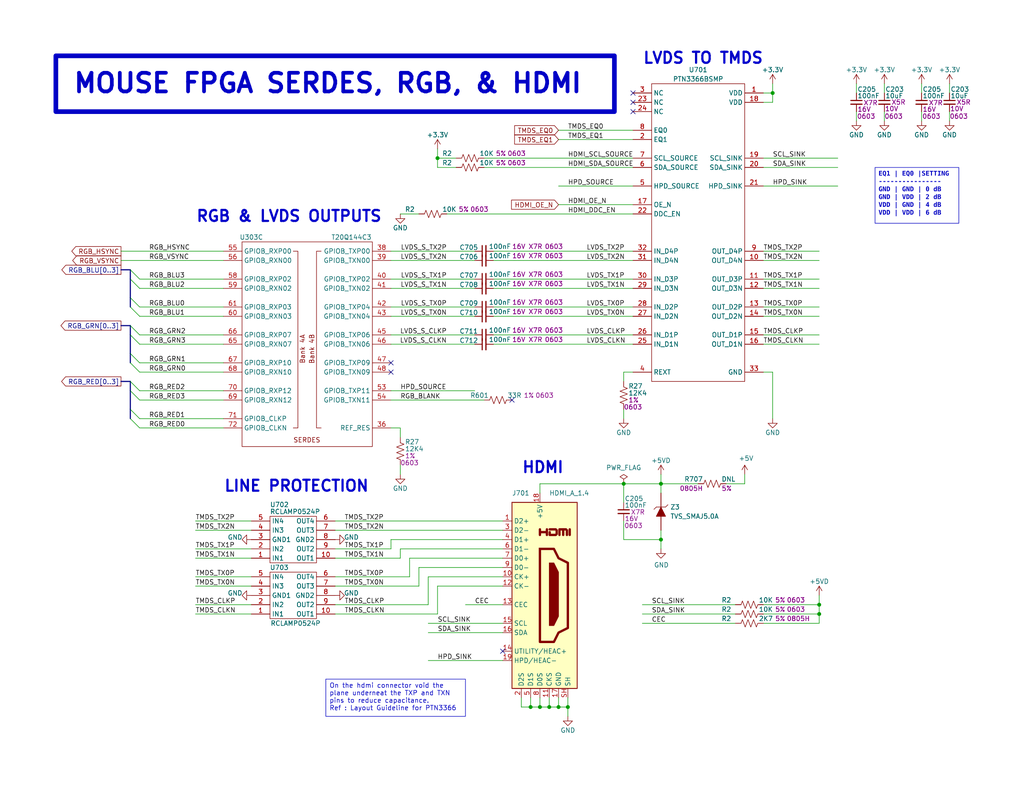
<source format=kicad_sch>
(kicad_sch (version 20230121) (generator eeschema)
  (paper "USLetter")
  (title_block (title "Z80 Retro! - FLEADiP Board") (date "2023-06-12") (rev "0.0") (company "Denno Wiggle") (comment 1 "Mouse FPGA serdes, RGB, & HDMI"))
  (lib_symbols
    (symbol "Connector:HDMI_A_1.4"
      (property "Reference" "J" (at -6.35 26.67 0))
      (property "Value" "HDMI_A_1.4" (at 10.16 26.67 0))
      (symbol "HDMI_A_1.4_1_1"
        (pin passive line (at -10.16 20.32 0) (length 2.54) (name "D2+") (number "1"))
        (pin passive line (at -10.16 5.08 0) (length 2.54) (name "CK+") (number "10"))
        (pin power_in line (at 2.54 -27.94 90) (length 2.54) (name "CKS") (number "11"))
        (pin passive line (at -10.16 2.54 0) (length 2.54) (name "CK-") (number "12"))
        (pin bidirectional line (at -10.16 -2.54 0) (length 2.54) (name "CEC") (number "13"))
        (pin passive line (at -10.16 -15.24 0) (length 2.54) (name "UTILITY/HEAC+") (number "14"))
        (pin passive line (at -10.16 -7.62 0) (length 2.54) (name "SCL") (number "15"))
        (pin bidirectional line (at -10.16 -10.16 0) (length 2.54) (name "SDA") (number "16"))
        (pin power_in line (at 5.08 -27.94 90) (length 2.54) (name "GND") (number "17"))
        (pin power_in line (at 0 27.94 270) (length 2.54) (name "+5V") (number "18"))
        (pin passive line (at -10.16 -17.78 0) (length 2.54) (name "HPD/HEAC-") (number "19"))
        (pin power_in line (at -5.08 -27.94 90) (length 2.54) (name "D2S") (number "2"))
        (pin passive line (at -10.16 17.78 0) (length 2.54) (name "D2-") (number "3"))
        (pin passive line (at -10.16 15.24 0) (length 2.54) (name "D1+") (number "4"))
        (pin power_in line (at -2.54 -27.94 90) (length 2.54) (name "D1S") (number "5"))
        (pin passive line (at -10.16 12.7 0) (length 2.54) (name "D1-") (number "6"))
        (pin passive line (at -10.16 10.16 0) (length 2.54) (name "D0+") (number "7"))
        (pin power_in line (at 0 -27.94 90) (length 2.54) (name "D0S") (number "8"))
        (pin passive line (at -10.16 7.62 0) (length 2.54) (name "D0-") (number "9"))
        (pin passive line (at 7.62 -27.94 90) (length 2.54) (name "SH") (number "SH"))
      )
    )
    (symbol "WTM:C_100nF_X7R_16V_0805H" (pin_numbers hide) (pin_names (offset 0) hide)
      (property "Reference" "C" (at 0.254 3.556 0))
      (property "Value" "100nF" (at 0.254 1.778 0))
      (property "Dielectric" "X7R" (at 1.905 -0.127 0))
      (property "Voltage" "16V" (at 0.254 -1.905 0))
      (property "Footprint2" "0805H" (at 0.127 -3.81 0))
      (symbol "C_100nF_X7R_16V_0805H_1_1"
        (pin passive line (at 0 2.54 270) (length 2.032) (name "~") (number "1"))
        (pin passive line (at 0 -2.54 90) (length 2.032) (name "~") (number "2"))
      )
    )
    (symbol "WTM:C_100nF_X7R_16V_0805H_Horizontal" (pin_numbers hide) (pin_names (offset 0) hide)
      (property "Reference" "C" (at -6.731 1.016 0))
      (property "Value" "100nF" (at -6.731 -1.016 0))
      (property "Dielectric" "X7R" (at 1.016 1.016 0))
      (property "Voltage" "16V" (at 0.762 -1.016 0))
      (property "Footprint2" "0805H" (at 4.826 -1.016 0))
      (symbol "C_100nF_X7R_16V_0805H_Horizontal_1_1"
        (pin passive line (at -2.54 0 0) (length 2.032) (name "~") (number "1"))
        (pin passive line (at 2.54 0 180) (length 2.032) (name "~") (number "2"))
      )
    )
    (symbol "WTM:C_10uF_X5R_16V_0805H" (pin_numbers hide) (pin_names (offset 0.254) hide)
      (property "Reference" "C206" (at 0.254 3.556 0))
      (property "Value" "10uF" (at 0.254 1.778 0))
      (property "Dielectric" "X5R" (at 1.905 0.762 0))
      (property "Voltage" "16V" (at 0.127 -1.016 0))
      (property "Footprint2" "0805H" (at 3.302 -3.81 0))
      (symbol "C_10uF_X5R_16V_0805H_1_1"
        (pin passive line (at 0 2.54 270) (length 2.032) (name "~") (number "1"))
        (pin passive line (at 0 -2.54 90) (length 2.032) (name "~") (number "2"))
      )
    )
    (symbol "WTM:PTN3366"
      (property "Reference" "U" (at 7.62 5.08 0))
      (property "Value" "PTN3366BSMP" (at 22.86 5.08 0))
      (symbol "PTN3366_1_1"
        (pin power_in line (at 35.56 0 180) (length 5.08) (name "VDD") (number "1"))
        (pin output line (at 35.56 -45.72 180) (length 5.08) (name "OUT_D4N") (number "10"))
        (pin output line (at 35.56 -50.8 180) (length 5.08) (name "OUT_D3P") (number "11"))
        (pin output line (at 35.56 -53.34 180) (length 5.08) (name "OUT_D3N") (number "12"))
        (pin output line (at 35.56 -58.42 180) (length 5.08) (name "OUT_D2P") (number "13"))
        (pin output line (at 35.56 -60.96 180) (length 5.08) (name "OUT_D2N") (number "14"))
        (pin output line (at 35.56 -66.04 180) (length 5.08) (name "OUT_D1P") (number "15"))
        (pin output line (at 35.56 -68.58 180) (length 5.08) (name "OUT_D1N") (number "16"))
        (pin input line (at 0 -30.48 0) (length 5.08) (name "OE_N") (number "17"))
        (pin power_in line (at 35.56 -2.54 180) (length 5.08) (name "VDD") (number "18"))
        (pin open_collector line (at 35.56 -17.78 180) (length 5.08) (name "SCL_SINK") (number "19"))
        (pin input line (at 0 -12.7 0) (length 5.08) (name "EQ1") (number "2"))
        (pin open_collector line (at 35.56 -20.32 180) (length 5.08) (name "SDA_SINK") (number "20"))
        (pin input line (at 35.56 -25.4 180) (length 5.08) (name "HPD_SINK") (number "21"))
        (pin input line (at 0 -33.02 0) (length 5.08) (name "DDC_EN") (number "22"))
        (pin passive line (at 0 -2.54 0) (length 5.08) (name "NC") (number "23"))
        (pin passive line (at 0 -5.08 0) (length 5.08) (name "NC") (number "24"))
        (pin input line (at 0 -68.58 0) (length 5.08) (name "IN_D1N") (number "25"))
        (pin input line (at 0 -66.04 0) (length 5.08) (name "IN_D1P") (number "26"))
        (pin input line (at 0 -60.96 0) (length 5.08) (name "IN_D2N") (number "27"))
        (pin input line (at 0 -58.42 0) (length 5.08) (name "IN_D2P") (number "28"))
        (pin input line (at 0 -53.34 0) (length 5.08) (name "IN_D3N") (number "29"))
        (pin passive line (at 0 0 0) (length 5.08) (name "NC") (number "3"))
        (pin input line (at 0 -50.8 0) (length 5.08) (name "IN_D3P") (number "30"))
        (pin input line (at 0 -45.72 0) (length 5.08) (name "IN_D4N") (number "31"))
        (pin input line (at 0 -43.18 0) (length 5.08) (name "IN_D4P") (number "32"))
        (pin power_in line (at 35.56 -76.2 180) (length 5.08) (name "GND") (number "33"))
        (pin passive line (at 0 -76.2 0) (length 5.08) (name "REXT") (number "4"))
        (pin output line (at 0 -25.4 0) (length 5.08) (name "HPD_SOURCE") (number "5"))
        (pin open_collector line (at 0 -20.32 0) (length 5.08) (name "SDA_SOURCE") (number "6"))
        (pin open_collector line (at 0 -17.78 0) (length 5.08) (name "SCL_SOURCE") (number "7"))
        (pin input line (at 0 -10.16 0) (length 5.08) (name "EQ0") (number "8"))
        (pin output line (at 35.56 -43.18 180) (length 5.08) (name "OUT_D4P") (number "9"))
      )
    )
    (symbol "WTM:RCLAMP0524P"
      (property "Reference" "U" (at 5.08 2.54 0))
      (property "Value" "RCLAMP0524P" (at 10.16 -12.7 0))
      (symbol "RCLAMP0524P_1_1"
        (pin passive line (at -2.54 0 0) (length 5.08) (name "IN1") (number "1"))
        (pin passive line (at 20.32 0 180) (length 5.08) (name "OUT1") (number "10"))
        (pin passive line (at -2.54 -2.54 0) (length 5.08) (name "IN2") (number "2"))
        (pin passive line (at -2.54 -5.08 0) (length 5.08) (name "GND1") (number "3"))
        (pin passive line (at -2.54 -7.62 0) (length 5.08) (name "IN3") (number "4"))
        (pin passive line (at -2.54 -10.16 0) (length 5.08) (name "IN4") (number "5"))
        (pin passive line (at 20.32 -10.16 180) (length 5.08) (name "OUT4") (number "6"))
        (pin passive line (at 20.32 -7.62 180) (length 5.08) (name "OUT3") (number "7"))
        (pin passive line (at 20.32 -5.08 180) (length 5.08) (name "GND2") (number "8"))
        (pin passive line (at 20.32 -2.54 180) (length 5.08) (name "OUT2") (number "9"))
      )
    )
    (symbol "WTM:R_0R_5%_0805H_Horizontal1" (pin_numbers hide) (pin_names (offset 0))
      (property "Reference" "R" (at -7.62 1.27 0))
      (property "Value" "0R" (at 2.54 1.27 0))
      (property "Tolerance" "5%" (at 2.54 -1.27 0))
      (property "Footprint2" "0805H" (at -8.89 -1.27 0))
      (symbol "R_0R_5%_0805H_Horizontal1_1_1"
        (pin passive line (at -3.81 0 0) (length 1.27) (name "~") (number "1"))
        (pin passive line (at 3.81 0 180) (length 1.27) (name "~") (number "2"))
      )
    )
    (symbol "WTM:R_10K_5%_0805H" (pin_numbers hide) (pin_names (offset 0))
      (property "Reference" "R515" (at 1.27 2.54 0))
      (property "Value" "10K" (at 1.27 0.635 0))
      (property "Tolerance" "5%" (at 1.27 -1.27 0))
      (property "Footprint2" "0805H" (at 0 -3.175 0))
      (symbol "R_10K_5%_0805H_1_1"
        (pin passive line (at 0 3.81 270) (length 1.27) (name "~") (number "1"))
        (pin passive line (at 0 -3.81 90) (length 1.27) (name "~") (number "2"))
      )
    )
    (symbol "WTM:R_33R_5%_0805H_Horizontal1" (pin_numbers hide) (pin_names (offset 0))
      (property "Reference" "R" (at -7.62 1.27 0))
      (property "Value" "33R" (at 2.54 1.27 0))
      (property "Tolerance" "5%" (at 2.54 -1.27 0))
      (property "Footprint2" "0805H" (at -8.89 -1.27 0))
      (symbol "R_33R_5%_0805H_Horizontal1_1_1"
        (pin passive line (at -3.81 0 0) (length 1.27) (name "~") (number "1"))
        (pin passive line (at 3.81 0 180) (length 1.27) (name "~") (number "2"))
      )
    )
    (symbol "WTM:T20Q144"
      (property "Reference" "U" (at 6.35 5.08 0))
      (property "Value" "T20Q144C3" (at 16.51 5.08 0))
      (symbol "T20Q144_1_1"
        (text "CONTROL" (at 12.7 -30.48 0) (effects (font (size 1.27 1.27)) (justify left top)))
        (pin output line (at 33.02 -1.27 180) (length 5.08) (name "NSTATUS") (number "136"))
        (pin bidirectional line (at 33.02 -26.67 180) (length 5.08) (name "CBSEL0") (number "137"))
        (pin bidirectional line (at 33.02 -29.21 180) (length 5.08) (name "CBSEL1") (number "138"))
        (pin output line (at 0 -21.59 0) (length 5.08) (name "TDO") (number "24"))
        (pin input line (at 0 -26.67 0) (length 5.08) (name "TMS") (number "25"))
        (pin input line (at 0 -24.13 0) (length 5.08) (name "TCK") (number "26"))
        (pin input line (at 0 -19.05 0) (length 5.08) (name "TDI") (number "27"))
        (pin bidirectional line (at 0 -8.89 0) (length 5.08) (name "CDI1/MISO") (number "28"))
        (pin bidirectional line (at 0 -6.35 0) (length 5.08) (name "CDI0/MOSI") (number "29"))
        (pin input line (at 0 -11.43 0) (length 5.08) (name "CCK") (number "30"))
        (pin input line (at 0 -13.97 0) (length 5.08) (name "SS_N") (number "31"))
        (pin input line (at 33.02 -19.05 180) (length 5.08) (name "CSI") (number "32"))
        (pin output line (at 33.02 -21.59 180) (length 5.08) (name "CSO") (number "33"))
        (pin open_collector line (at 33.02 1.27 180) (length 5.08) (name "CDONE") (number "34"))
        (pin input line (at 0 1.27 0) (length 5.08) (name "CRESET_N") (number "35"))
        (pin input line (at 0 -29.21 0) (length 5.08) (name "TEST_N") (number "74"))
        (pin bidirectional line (at 33.02 -6.35 180) (length 5.08) (name "CBUS0") (number "78"))
        (pin bidirectional line (at 33.02 -8.89 180) (length 5.08) (name "CBUS1") (number "79"))
        (pin bidirectional line (at 33.02 -11.43 180) (length 5.08) (name "CBUS2") (number "80"))
      )
      (symbol "T20Q144_2_1"
        (text "Bank\n3C" (at 20.32 -78.74 900) (effects (font (size 1.27 1.27))))
        (text "Bank 1B" (at 17.78 -30.48 900) (effects (font (size 1.27 1.27))))
        (text "Bank 1C" (at 17.78 -13.97 900) (effects (font (size 1.27 1.27))))
        (text "Bank 1D" (at 17.78 -2.54 900) (effects (font (size 1.27 1.27))))
        (text "Bank 1E" (at 22.86 -8.89 900) (effects (font (size 1.27 1.27))))
        (text "Bank 3A" (at 22.86 -44.45 900) (effects (font (size 1.27 1.27))))
        (text "Bank 3B" (at 21.59 -67.31 900) (effects (font (size 1.27 1.27))))
        (text "Bank 3D" (at 19.05 -59.69 900) (effects (font (size 1.27 1.27))))
        (text "Bank 3E" (at 19.05 -45.72 900) (effects (font (size 1.27 1.27))))
        (text "GPIO" (at 17.78 -82.55 0) (effects (font (size 1.27 1.27)) (justify left top)))
        (pin bidirectional line (at 0 -15.24 0) (length 5.08) (name "GPIOL_32") (number "10"))
        (pin bidirectional line (at 40.64 -78.74 180) (length 5.08) (name "GPIOR_113") (number "100"))
        (pin bidirectional line (at 40.64 -76.2 180) (length 5.08) (name "GPIOR_112") (number "101"))
        (pin bidirectional line (at 40.64 -71.12 180) (length 5.08) (name "GPIOR_105") (number "102"))
        (pin bidirectional line (at 40.64 -68.58 180) (length 5.08) (name "GPIOR_104") (number "103"))
        (pin bidirectional line (at 40.64 -66.04 180) (length 5.08) (name "GPIOR_95") (number "105"))
        (pin bidirectional line (at 40.64 -63.5 180) (length 5.08) (name "GPIOR_94") (number "106"))
        (pin bidirectional line (at 40.64 -58.42 180) (length 5.08) (name "GPIOR_88") (number "109"))
        (pin bidirectional line (at 0 -17.78 0) (length 5.08) (name "GPIOL_31") (number "11"))
        (pin bidirectional line (at 40.64 -55.88 180) (length 5.08) (name "GPIOR_87") (number "110"))
        (pin bidirectional line (at 40.64 -53.34 180) (length 5.08) (name "GPIOR_85") (number "111"))
        (pin bidirectional line (at 40.64 -50.8 180) (length 5.08) (name "GPIOR_86") (number "112"))
        (pin bidirectional line (at 40.64 -48.26 180) (length 5.08) (name "GPIOR_84") (number "113"))
        (pin bidirectional line (at 40.64 -45.72 180) (length 5.08) (name "GPIOR_83") (number "114"))
        (pin bidirectional line (at 40.64 -43.18 180) (length 5.08) (name "GPIOR_82") (number "115"))
        (pin bidirectional line (at 40.64 -40.64 180) (length 5.08) (name "GPIOR_81") (number "116"))
        (pin bidirectional line (at 40.64 -38.1 180) (length 5.08) (name "GPIOR_80") (number "117"))
        (pin bidirectional line (at 40.64 -35.56 180) (length 5.08) (name "GPIOR_79") (number "118"))
        (pin bidirectional line (at 40.64 -33.02 180) (length 5.08) (name "GPIOR_78") (number "119"))
        (pin bidirectional line (at 40.64 -30.48 180) (length 5.08) (name "GPIOR_77") (number "123"))
        (pin bidirectional line (at 40.64 -27.94 180) (length 5.08) (name "GPIOR_76") (number "124"))
        (pin bidirectional line (at 40.64 -20.32 180) (length 5.08) (name "GPIOR_75") (number "131"))
        (pin bidirectional line (at 40.64 -17.78 180) (length 5.08) (name "GPIOR_74") (number "132"))
        (pin bidirectional line (at 40.64 -15.24 180) (length 5.08) (name "GPIOR_73") (number "134"))
        (pin bidirectional line (at 40.64 -12.7 180) (length 5.08) (name "GPIOR_72") (number "135"))
        (pin bidirectional line (at 40.64 -10.16 180) (length 5.08) (name "GPIOR_68") (number "139"))
        (pin bidirectional line (at 0 -22.86 0) (length 5.08) (name "GPIOL_25") (number "14"))
        (pin bidirectional line (at 40.64 -7.62 180) (length 5.08) (name "GPIOR_67") (number "140"))
        (pin bidirectional line (at 40.64 -5.08 180) (length 5.08) (name "GPIOR_65") (number "141"))
        (pin bidirectional line (at 40.64 -2.54 180) (length 5.08) (name "GPIOR_66") (number "142"))
        (pin bidirectional line (at 40.64 0 180) (length 5.08) (name "GPIOR_64") (number "144"))
        (pin bidirectional line (at 0 -25.4 0) (length 5.08) (name "GPIOL_24") (number "15"))
        (pin bidirectional line (at 0 -27.94 0) (length 5.08) (name "GPIOL_22") (number "16"))
        (pin bidirectional line (at 0 -30.48 0) (length 5.08) (name "GPIOL_21") (number "17"))
        (pin bidirectional line (at 0 -33.02 0) (length 5.08) (name "GPIOL_20") (number "18"))
        (pin bidirectional line (at 0 -35.56 0) (length 5.08) (name "GPIOL_13") (number "19"))
        (pin bidirectional line (at 0 -38.1 0) (length 5.08) (name "GPIOL_12") (number "20"))
        (pin bidirectional line (at 0 0 0) (length 5.08) (name "GPIOL_53") (number "3"))
        (pin bidirectional line (at 0 -2.54 0) (length 5.08) (name "GPIOL_54") (number "4"))
        (pin bidirectional line (at 0 -5.08 0) (length 5.08) (name "GPIOL_46") (number "6"))
        (pin bidirectional line (at 0 -10.16 0) (length 5.08) (name "GPIOL_41") (number "7"))
        (pin bidirectional line (at 0 -43.18 0) (length 5.08) (name "GPIOR_157") (number "75"))
        (pin bidirectional line (at 0 -45.72 0) (length 5.08) (name "GPIOR_155") (number "76"))
        (pin bidirectional line (at 0 -48.26 0) (length 5.08) (name "GPIOR_154") (number "77"))
        (pin bidirectional line (at 0 -12.7 0) (length 5.08) (name "GPIOL_40") (number "8"))
        (pin bidirectional line (at 0 -50.8 0) (length 5.08) (name "GPIOR_139") (number "81"))
        (pin bidirectional line (at 0 -53.34 0) (length 5.08) (name "GPIOR_138") (number "82"))
        (pin bidirectional line (at 0 -55.88 0) (length 5.08) (name "GPIOR_136") (number "83"))
        (pin bidirectional line (at 0 -58.42 0) (length 5.08) (name "GPIOR_135") (number "84"))
        (pin bidirectional line (at 0 -60.96 0) (length 5.08) (name "GPIOR_133") (number "86"))
        (pin bidirectional line (at 0 -63.5 0) (length 5.08) (name "GPIOR_132") (number "87"))
        (pin bidirectional line (at 0 -66.04 0) (length 5.08) (name "GPIOR_129") (number "89"))
        (pin bidirectional line (at 0 -68.58 0) (length 5.08) (name "GPIOR_128") (number "90"))
        (pin bidirectional line (at 0 -71.12 0) (length 5.08) (name "GPIOR_125") (number "92"))
        (pin bidirectional line (at 0 -76.2 0) (length 5.08) (name "GPIOR_123") (number "93"))
        (pin bidirectional line (at 0 -78.74 0) (length 5.08) (name "GPIOR_122") (number "97"))
        (pin bidirectional line (at 0 -81.28 0) (length 5.08) (name "GPIOR_117") (number "98"))
        (pin bidirectional line (at 40.64 -81.28 180) (length 5.08) (name "GPIOR_116") (number "99"))
      )
      (symbol "T20Q144_3_1"
        (text "Bank 4A" (at 21.59 -26.67 900) (effects (font (size 1.27 1.27))))
        (text "Bank 4B" (at 24.13 -26.67 900) (effects (font (size 1.27 1.27))))
        (text "SERDES" (at 19.05 -50.8 0) (effects (font (size 1.27 1.27)) (justify left top)))
        (pin input line (at 45.72 -48.26 180) (length 5.08) (name "REF_RES") (number "36"))
        (pin bidirectional line (at 45.72 0 180) (length 5.08) (name "GPIOB_TXP00") (number "38"))
        (pin bidirectional line (at 45.72 -2.54 180) (length 5.08) (name "GPIOB_TXN00") (number "39"))
        (pin bidirectional line (at 45.72 -7.62 180) (length 5.08) (name "GPIOB_TXP02") (number "40"))
        (pin bidirectional line (at 45.72 -10.16 180) (length 5.08) (name "GPIOB_TXN02") (number "41"))
        (pin bidirectional line (at 45.72 -15.24 180) (length 5.08) (name "GPIOB_TXP04") (number "42"))
        (pin bidirectional line (at 45.72 -17.78 180) (length 5.08) (name "GPIOB_TXN04") (number "43"))
        (pin bidirectional line (at 45.72 -22.86 180) (length 5.08) (name "GPIOB_TXP06") (number "45"))
        (pin bidirectional line (at 45.72 -25.4 180) (length 5.08) (name "GPIOB_TXN06") (number "46"))
        (pin bidirectional line (at 45.72 -30.48 180) (length 5.08) (name "GPIOB_TXP09") (number "47"))
        (pin bidirectional line (at 45.72 -33.02 180) (length 5.08) (name "GPIOB_TXN09") (number "48"))
        (pin bidirectional line (at 45.72 -38.1 180) (length 5.08) (name "GPIOB_TXP11") (number "53"))
        (pin bidirectional line (at 45.72 -40.64 180) (length 5.08) (name "GPIOB_TXN11") (number "54"))
        (pin bidirectional line (at 0 0 0) (length 5.08) (name "GPIOB_RXP00") (number "55"))
        (pin bidirectional line (at 0 -2.54 0) (length 5.08) (name "GPIOB_RXN00") (number "56"))
        (pin bidirectional line (at 0 -7.62 0) (length 5.08) (name "GPIOB_RXP02") (number "58"))
        (pin bidirectional line (at 0 -10.16 0) (length 5.08) (name "GPIOB_RXN02") (number "59"))
        (pin bidirectional line (at 0 -17.78 0) (length 5.08) (name "GPIOB_RXN03") (number "60"))
        (pin bidirectional line (at 0 -15.24 0) (length 5.08) (name "GPIOB_RXP03") (number "61"))
        (pin bidirectional line (at 0 -25.4 0) (length 5.08) (name "GPIOB_RXN07") (number "65"))
        (pin bidirectional line (at 0 -22.86 0) (length 5.08) (name "GPIOB_RXP07") (number "66"))
        (pin bidirectional line (at 0 -30.48 0) (length 5.08) (name "GPIOB_RXP10") (number "67"))
        (pin bidirectional line (at 0 -33.02 0) (length 5.08) (name "GPIOB_RXN10") (number "68"))
        (pin bidirectional line (at 0 -40.64 0) (length 5.08) (name "GPIOB_RXN12") (number "69"))
        (pin bidirectional line (at 0 -38.1 0) (length 5.08) (name "GPIOB_RXP12") (number "70"))
        (pin bidirectional line (at 0 -45.72 0) (length 5.08) (name "GPIOB_CLKP") (number "71"))
        (pin bidirectional line (at 0 -48.26 0) (length 5.08) (name "GPIOB_CLKN") (number "72"))
      )
      (symbol "T20Q144_4_1"
        (text "POWER" (at 16.51 -58.42 0) (effects (font (size 1.27 1.27))))
        (pin power_in line (at 0 -38.1 0) (length 5.08) (name "GND") (number "1"))
        (pin power_in line (at 33.02 -55.88 180) (length 5.08) (name "GND") (number "104"))
        (pin power_in line (at 33.02 -30.48 180) (length 5.08) (name "VCCA_TR") (number "107"))
        (pin power_in line (at 33.02 -53.34 180) (length 5.08) (name "GND") (number "108"))
        (pin power_in line (at 0 -5.08 0) (length 5.08) (name "VCCIO1C_1D") (number "12"))
        (pin power_in line (at 33.02 -50.8 180) (length 5.08) (name "GND") (number "120"))
        (pin power_in line (at 33.02 -48.26 180) (length 5.08) (name "GND") (number "121"))
        (pin power_in line (at 0 -10.16 0) (length 5.08) (name "VCCIO3A") (number "122"))
        (pin power_in line (at 33.02 -5.08 180) (length 5.08) (name "VCC") (number "125"))
        (pin power_in line (at 33.02 -45.72 180) (length 5.08) (name "GND") (number "126"))
        (pin power_in line (at 33.02 -43.18 180) (length 5.08) (name "GND") (number "127"))
        (pin power_in line (at 33.02 -2.54 180) (length 5.08) (name "VCC") (number "128"))
        (pin power_in line (at 33.02 -40.64 180) (length 5.08) (name "GND") (number "129"))
        (pin power_in line (at 33.02 -20.32 180) (length 5.08) (name "VCC") (number "13"))
        (pin power_in line (at 33.02 0 180) (length 5.08) (name "VCC") (number "130"))
        (pin power_in line (at 33.02 -38.1 180) (length 5.08) (name "GND") (number "133"))
        (pin power_in line (at 0 -7.62 0) (length 5.08) (name "VCCIO1E") (number "143"))
        (pin power_in line (at 33.02 -27.94 180) (length 5.08) (name "VCCA_TL") (number "2"))
        (pin power_in line (at 0 -2.54 0) (length 5.08) (name "VCCIO1B") (number "21"))
        (pin power_in line (at 33.02 -17.78 180) (length 5.08) (name "VCC") (number "22"))
        (pin power_in line (at 0 0 0) (length 5.08) (name "VCCIO1A") (number "23"))
        (pin power_in line (at 0 -45.72 0) (length 5.08) (name "GND") (number "37"))
        (pin power_in line (at 0 -48.26 0) (length 5.08) (name "GND") (number "44"))
        (pin power_in line (at 33.02 -15.24 180) (length 5.08) (name "VCC") (number "49"))
        (pin power_in line (at 0 -40.64 0) (length 5.08) (name "GND") (number "5"))
        (pin power_in line (at 0 -50.8 0) (length 5.08) (name "GND") (number "50"))
        (pin power_in line (at 0 -25.4 0) (length 5.08) (name "VCCIO4B") (number "51"))
        (pin power_in line (at 0 -27.94 0) (length 5.08) (name "VCCIO4B") (number "52"))
        (pin power_in line (at 33.02 -12.7 180) (length 5.08) (name "VCC") (number "57"))
        (pin power_in line (at 0 -20.32 0) (length 5.08) (name "VCCIO4A") (number "62"))
        (pin power_in line (at 0 -22.86 0) (length 5.08) (name "VCCIO4A") (number "63"))
        (pin power_in line (at 0 -53.34 0) (length 5.08) (name "GND") (number "64"))
        (pin power_in line (at 33.02 -25.4 180) (length 5.08) (name "VCCA_BR") (number "73"))
        (pin power_in line (at 33.02 -10.16 180) (length 5.08) (name "VCC") (number "85"))
        (pin power_in line (at 0 -17.78 0) (length 5.08) (name "VCCIO3E") (number "88"))
        (pin power_in line (at 0 -43.18 0) (length 5.08) (name "GND") (number "9"))
        (pin power_in line (at 0 -15.24 0) (length 5.08) (name "VCCIO3D") (number "91"))
        (pin power_in line (at 0 -55.88 0) (length 5.08) (name "GND") (number "94"))
        (pin power_in line (at 0 -12.7 0) (length 5.08) (name "VCCIO3B_3C") (number "95"))
        (pin power_in line (at 33.02 -7.62 180) (length 5.08) (name "VCC") (number "96"))
      )
    )
    (symbol "WTM:TVS_SMAJ5.0A" (pin_numbers hide) (pin_names (offset 0) hide)
      (property "Reference" "Z" (at 2.54 1.27 0))
      (property "Value" "TVS_SMAJ5.0A" (at 2.54 -1.27 0))
      (symbol "TVS_SMAJ5.0A_1_1"
        (pin passive line (at 0 5.08 270) (length 3.81) (name "~") (number "1"))
        (pin passive line (at 0 -5.08 90) (length 3.81) (name "~") (number "2"))
      )
    )
    (symbol "power:+3.3V" (power) (pin_names (offset 0))
      (property "Value" "+3.3V" (at 0 3.556 0))
      (symbol "+3.3V_1_1"
        (pin power_in line (at 0 0 90) (length 0) hide (name "+3.3V") (number "1"))
      )
    )
    (symbol "power:+5V" (power) (pin_names (offset 0))
      (property "Value" "+5V" (at 0 3.556 0))
      (symbol "+5V_1_1"
        (pin power_in line (at 0 0 90) (length 0) hide (name "+5V") (number "1"))
      )
    )
    (symbol "power:+5VD" (power) (pin_names (offset 0))
      (property "Value" "+5VD" (at 0 3.556 0))
      (symbol "+5VD_1_1"
        (pin power_in line (at 0 0 90) (length 0) hide (name "+5VD") (number "1"))
      )
    )
    (symbol "power:GND" (power) (pin_names (offset 0))
      (property "Value" "GND" (at 0 -3.81 0))
      (symbol "GND_1_1"
        (pin power_in line (at 0 0 270) (length 0) hide (name "GND") (number "1"))
      )
    )
    (symbol "power:PWR_FLAG" (power) (pin_numbers hide) (pin_names (offset 0) hide)
      (property "Value" "PWR_FLAG" (at 0 3.81 0))
      (symbol "PWR_FLAG_0_0"
        (pin power_out line (at 0 0 90) (length 0) (name "pwr") (number "1"))
      )
    )
  )
  (junction (at 149.86 193.04))
  (junction (at 119.38 43.18))
  (junction (at 223.52 165.1))
  (junction (at 147.32 193.04))
  (junction (at 180.34 132.08))
  (junction (at 152.4 193.04))
  (junction (at 210.82 25.4))
  (junction (at 144.78 193.04))
  (junction (at 180.34 147.32))
  (junction (at 170.18 132.08))
  (junction (at 154.94 193.04))
  (junction (at 223.52 167.64))
  (no_connect (at 106.68 99.06))
  (no_connect (at 172.72 27.94))
  (no_connect (at 137.16 177.8))
  (no_connect (at 172.72 30.48))
  (no_connect (at 106.68 101.6))
  (no_connect (at 172.72 25.4))
  (no_connect (at 139.7 109.22))
  (bus_entry (at 35.56 73.66) (size 2.54 2.54))
  (bus_entry (at 35.56 81.28) (size 2.54 2.54))
  (bus_entry (at 35.56 76.2) (size 2.54 2.54))
  (bus_entry (at 35.56 111.76) (size 2.54 2.54))
  (bus_entry (at 35.56 104.14) (size 2.54 2.54))
  (bus_entry (at 35.56 99.06) (size 2.54 2.54))
  (bus_entry (at 35.56 88.9) (size 2.54 2.54))
  (bus_entry (at 35.56 96.52) (size 2.54 2.54))
  (bus_entry (at 35.56 83.82) (size 2.54 2.54))
  (bus_entry (at 35.56 106.68) (size 2.54 2.54))
  (bus_entry (at 35.56 91.44) (size 2.54 2.54))
  (bus_entry (at 35.56 114.3) (size 2.54 2.54))
  (wire (pts (xy 241.3 33.02) (xy 241.3 30.48)))
  (wire (pts (xy 241.3 22.86) (xy 241.3 25.4)))
  (wire (pts (xy 109.22 149.86) (xy 137.16 149.86)))
  (wire (pts (xy 208.28 93.98) (xy 223.52 93.98)))
  (wire (pts (xy 91.44 144.78) (xy 137.16 144.78)))
  (wire (pts (xy 38.1 116.84) (xy 60.96 116.84)))
  (wire (pts (xy 106.68 109.22) (xy 132.08 109.22)))
  (wire (pts (xy 208.28 25.4) (xy 210.82 25.4)))
  (wire (pts (xy 147.32 134.62) (xy 147.32 132.08)))
  (bus (pts (xy 35.56 91.44) (xy 35.56 96.52)))
  (wire (pts (xy 53.34 160.02) (xy 68.58 160.02)))
  (wire (pts (xy 91.44 165.1) (xy 116.84 165.1)))
  (wire (pts (xy 132.08 43.18) (xy 172.72 43.18)))
  (wire (pts (xy 53.34 152.4) (xy 68.58 152.4)))
  (wire (pts (xy 33.02 68.58) (xy 60.96 68.58)))
  (bus (pts (xy 35.56 88.9) (xy 35.56 91.44)))
  (wire (pts (xy 114.3 160.02) (xy 114.3 154.94)))
  (wire (pts (xy 91.44 149.86) (xy 106.68 149.86)))
  (wire (pts (xy 210.82 101.6) (xy 210.82 114.3)))
  (wire (pts (xy 175.26 167.64) (xy 200.66 167.64)))
  (bus (pts (xy 35.56 106.68) (xy 35.56 111.76)))
  (wire (pts (xy 147.32 193.04) (xy 149.86 193.04)))
  (wire (pts (xy 152.4 193.04) (xy 154.94 193.04)))
  (wire (pts (xy 38.1 109.22) (xy 60.96 109.22)))
  (wire (pts (xy 170.18 147.32) (xy 180.34 147.32)))
  (wire (pts (xy 38.1 76.2) (xy 60.96 76.2)))
  (wire (pts (xy 91.44 152.4) (xy 109.22 152.4)))
  (wire (pts (xy 119.38 160.02) (xy 137.16 160.02)))
  (wire (pts (xy 210.82 25.4) (xy 210.82 22.86)))
  (wire (pts (xy 144.78 193.04) (xy 147.32 193.04)))
  (wire (pts (xy 210.82 25.4) (xy 210.82 27.94)))
  (wire (pts (xy 134.62 78.74) (xy 172.72 78.74)))
  (wire (pts (xy 119.38 45.72) (xy 124.46 45.72)))
  (wire (pts (xy 134.62 68.58) (xy 172.72 68.58)))
  (wire (pts (xy 114.3 154.94) (xy 137.16 154.94)))
  (wire (pts (xy 129.54 86.36) (xy 106.68 86.36)))
  (wire (pts (xy 106.68 116.84) (xy 109.22 116.84)))
  (wire (pts (xy 109.22 152.4) (xy 109.22 149.86)))
  (wire (pts (xy 132.08 45.72) (xy 172.72 45.72)))
  (wire (pts (xy 38.1 106.68) (xy 60.96 106.68)))
  (wire (pts (xy 154.94 193.04) (xy 154.94 195.58)))
  (wire (pts (xy 33.02 71.12) (xy 60.96 71.12)))
  (wire (pts (xy 208.28 76.2) (xy 223.52 76.2)))
  (wire (pts (xy 53.34 142.24) (xy 68.58 142.24)))
  (wire (pts (xy 111.76 157.48) (xy 111.76 152.4)))
  (wire (pts (xy 223.52 170.18) (xy 223.52 167.64)))
  (wire (pts (xy 170.18 132.08) (xy 170.18 137.16)))
  (wire (pts (xy 111.76 152.4) (xy 137.16 152.4)))
  (wire (pts (xy 116.84 172.72) (xy 137.16 172.72)))
  (wire (pts (xy 109.22 127) (xy 109.22 129.54)))
  (wire (pts (xy 119.38 40.64) (xy 119.38 43.18)))
  (wire (pts (xy 208.28 68.58) (xy 223.52 68.58)))
  (wire (pts (xy 180.34 144.78) (xy 180.34 147.32)))
  (wire (pts (xy 180.34 132.08) (xy 170.18 132.08)))
  (wire (pts (xy 129.54 91.44) (xy 106.68 91.44)))
  (bus (pts (xy 35.56 104.14) (xy 35.56 106.68)))
  (wire (pts (xy 106.68 147.32) (xy 137.16 147.32)))
  (wire (pts (xy 172.72 101.6) (xy 170.18 101.6)))
  (wire (pts (xy 233.68 33.02) (xy 233.68 30.48)))
  (wire (pts (xy 180.34 129.54) (xy 180.34 132.08)))
  (wire (pts (xy 152.4 38.1) (xy 172.72 38.1)))
  (wire (pts (xy 53.34 165.1) (xy 68.58 165.1)))
  (wire (pts (xy 251.46 22.86) (xy 251.46 25.4)))
  (wire (pts (xy 119.38 43.18) (xy 124.46 43.18)))
  (wire (pts (xy 208.28 71.12) (xy 223.52 71.12)))
  (wire (pts (xy 180.34 147.32) (xy 180.34 149.86)))
  (wire (pts (xy 251.46 33.02) (xy 251.46 30.48)))
  (wire (pts (xy 109.22 58.42) (xy 114.3 58.42)))
  (bus (pts (xy 33.02 73.66) (xy 35.56 73.66)))
  (wire (pts (xy 203.2 132.08) (xy 203.2 129.54)))
  (wire (pts (xy 129.54 71.12) (xy 106.68 71.12)))
  (wire (pts (xy 149.86 193.04) (xy 152.4 193.04)))
  (wire (pts (xy 116.84 180.34) (xy 137.16 180.34)))
  (wire (pts (xy 180.34 132.08) (xy 180.34 134.62)))
  (wire (pts (xy 152.4 35.56) (xy 172.72 35.56)))
  (wire (pts (xy 210.82 27.94) (xy 208.28 27.94)))
  (wire (pts (xy 144.78 190.5) (xy 144.78 193.04)))
  (wire (pts (xy 53.34 144.78) (xy 68.58 144.78)))
  (wire (pts (xy 91.44 157.48) (xy 111.76 157.48)))
  (wire (pts (xy 208.28 78.74) (xy 223.52 78.74)))
  (wire (pts (xy 147.32 190.5) (xy 147.32 193.04)))
  (wire (pts (xy 129.54 76.2) (xy 106.68 76.2)))
  (wire (pts (xy 152.4 50.8) (xy 172.72 50.8)))
  (wire (pts (xy 198.12 132.08) (xy 203.2 132.08)))
  (wire (pts (xy 134.62 83.82) (xy 172.72 83.82)))
  (bus (pts (xy 35.56 81.28) (xy 35.56 83.82)))
  (wire (pts (xy 259.08 33.02) (xy 259.08 30.48)))
  (wire (pts (xy 38.1 99.06) (xy 60.96 99.06)))
  (wire (pts (xy 208.28 91.44) (xy 223.52 91.44)))
  (wire (pts (xy 38.1 101.6) (xy 60.96 101.6)))
  (wire (pts (xy 38.1 86.36) (xy 60.96 86.36)))
  (wire (pts (xy 53.34 157.48) (xy 68.58 157.48)))
  (wire (pts (xy 129.54 83.82) (xy 106.68 83.82)))
  (bus (pts (xy 35.56 111.76) (xy 35.56 114.3)))
  (wire (pts (xy 134.62 86.36) (xy 172.72 86.36)))
  (wire (pts (xy 208.28 50.8) (xy 228.6 50.8)))
  (wire (pts (xy 106.68 149.86) (xy 106.68 147.32)))
  (wire (pts (xy 208.28 83.82) (xy 223.52 83.82)))
  (bus (pts (xy 35.56 96.52) (xy 35.56 99.06)))
  (wire (pts (xy 170.18 142.24) (xy 170.18 147.32)))
  (wire (pts (xy 134.62 91.44) (xy 172.72 91.44)))
  (wire (pts (xy 38.1 83.82) (xy 60.96 83.82)))
  (wire (pts (xy 38.1 114.3) (xy 60.96 114.3)))
  (wire (pts (xy 152.4 190.5) (xy 152.4 193.04)))
  (wire (pts (xy 134.62 76.2) (xy 172.72 76.2)))
  (wire (pts (xy 233.68 22.86) (xy 233.68 25.4)))
  (wire (pts (xy 208.28 101.6) (xy 210.82 101.6)))
  (wire (pts (xy 208.28 43.18) (xy 228.6 43.18)))
  (wire (pts (xy 91.44 167.64) (xy 119.38 167.64)))
  (wire (pts (xy 53.34 149.86) (xy 68.58 149.86)))
  (wire (pts (xy 208.28 167.64) (xy 223.52 167.64)))
  (wire (pts (xy 109.22 116.84) (xy 109.22 119.38)))
  (wire (pts (xy 134.62 93.98) (xy 172.72 93.98)))
  (wire (pts (xy 208.28 170.18) (xy 223.52 170.18)))
  (wire (pts (xy 208.28 45.72) (xy 228.6 45.72)))
  (wire (pts (xy 116.84 157.48) (xy 137.16 157.48)))
  (wire (pts (xy 38.1 93.98) (xy 60.96 93.98)))
  (wire (pts (xy 149.86 190.5) (xy 149.86 193.04)))
  (bus (pts (xy 33.02 88.9) (xy 35.56 88.9)))
  (wire (pts (xy 116.84 165.1) (xy 116.84 157.48)))
  (wire (pts (xy 175.26 165.1) (xy 200.66 165.1)))
  (wire (pts (xy 208.28 86.36) (xy 223.52 86.36)))
  (wire (pts (xy 129.54 68.58) (xy 106.68 68.58)))
  (bus (pts (xy 35.56 76.2) (xy 35.56 81.28)))
  (wire (pts (xy 129.54 93.98) (xy 106.68 93.98)))
  (wire (pts (xy 142.24 193.04) (xy 144.78 193.04)))
  (wire (pts (xy 223.52 165.1) (xy 223.52 162.56)))
  (wire (pts (xy 38.1 91.44) (xy 60.96 91.44)))
  (wire (pts (xy 91.44 142.24) (xy 137.16 142.24)))
  (wire (pts (xy 38.1 78.74) (xy 60.96 78.74)))
  (wire (pts (xy 170.18 101.6) (xy 170.18 104.14)))
  (wire (pts (xy 119.38 167.64) (xy 119.38 160.02)))
  (wire (pts (xy 91.44 160.02) (xy 114.3 160.02)))
  (wire (pts (xy 134.62 71.12) (xy 172.72 71.12)))
  (bus (pts (xy 35.56 73.66) (xy 35.56 76.2)))
  (wire (pts (xy 154.94 190.5) (xy 154.94 193.04)))
  (wire (pts (xy 170.18 111.76) (xy 170.18 114.3)))
  (wire (pts (xy 142.24 190.5) (xy 142.24 193.04)))
  (wire (pts (xy 129.54 78.74) (xy 106.68 78.74)))
  (wire (pts (xy 106.68 106.68) (xy 129.54 106.68)))
  (wire (pts (xy 121.92 58.42) (xy 172.72 58.42)))
  (wire (pts (xy 180.34 132.08) (xy 190.5 132.08)))
  (bus (pts (xy 33.02 104.14) (xy 35.56 104.14)))
  (wire (pts (xy 259.08 22.86) (xy 259.08 25.4)))
  (wire (pts (xy 208.28 165.1) (xy 223.52 165.1)))
  (wire (pts (xy 127 165.1) (xy 137.16 165.1)))
  (wire (pts (xy 175.26 170.18) (xy 200.66 170.18)))
  (wire (pts (xy 53.34 167.64) (xy 68.58 167.64)))
  (wire (pts (xy 119.38 43.18) (xy 119.38 45.72)))
  (wire (pts (xy 152.4 55.88) (xy 172.72 55.88)))
  (wire (pts (xy 147.32 132.08) (xy 170.18 132.08)))
  (wire (pts (xy 223.52 167.64) (xy 223.52 165.1)))
  (wire (pts (xy 116.84 170.18) (xy 137.16 170.18)))
  (text_box "EQ1 | EQ0 |SETTING\n----------------\nGND | GND | 0 dB\nGND | VDD | 2 dB\nVDD | GND | 4 dB\nVDD | VDD | 6 dB" (at 238.76 45.72 0) (size 22.86 15.24) (effects (font (size 1.27 1.27) (thickness 0.254) bold) (justify left top)))
  (text_box "On the hdmi connector void the plane underneat the TXP and TXN pins to reduce capacitance.\nRef : Layout Guideline for PTN3366" (at 88.9 185.42 0) (size 38.1 10.16) (effects (font (size 1.27 1.27)) (justify left top)))
  (text_box "MOUSE FPGA SERDES, RGB, & HDMI" (at 15.24 15.24 0) (size 152.4 15.24) (stroke (width 1.27)) (effects (font (size 5.08 5.08) (thickness 1.016) bold) (justify left top)))
  (text "LVDS TO TMDS" (at 175.26 17.78 0) (effects (font (size 2.9972 2.9972) (thickness 0.5994) bold) (justify left bottom)))
  (text "HDMI" (at 142.24 129.54 0) (effects (font (size 2.9972 2.9972) (thickness 0.5994) bold) (justify left bottom)))
  (text "LINE PROTECTION" (at 60.96 134.62 0) (effects (font (size 2.9972 2.9972) (thickness 0.5994) bold) (justify left bottom)))
  (text "RGB & LVDS OUTPUTS" (at 53.34 60.96 0) (effects (font (size 2.9972 2.9972) (thickness 0.5994) bold) (justify left bottom)))
  (label "LVDS_CLKN" (at 160.02 93.98 0))
  (label "RGB_HSYNC" (at 40.64 68.58 0))
  (label "TMDS_TX0P" (at 93.98 157.48 0))
  (label "LVDS_TX1P" (at 160.02 76.2 0))
  (label "RGB_GRN3" (at 40.64 93.98 0))
  (label "LVDS_S_TX2N" (at 121.92 71.12 180))
  (label "TMDS_TX0N" (at 93.98 160.02 0))
  (label "RGB_RED1" (at 40.64 114.3 0))
  (label "TMDS_CLKN" (at 93.98 167.64 0))
  (label "RGB_BLU3" (at 40.64 76.2 0))
  (label "LVDS_S_TX2P" (at 121.92 68.58 180))
  (label "CEC" (at 129.54 165.1 0))
  (label "TMDS_TX1P" (at 93.98 149.86 0))
  (label "TMDS_TX2N" (at 93.98 144.78 0))
  (label "SDA_SINK" (at 210.82 45.72 0))
  (label "TMDS_TX0P" (at 208.28 83.82 0))
  (label "SDA_SINK" (at 177.8 167.64 0))
  (label "RGB_RED3" (at 40.64 109.22 0))
  (label "TMDS_EQ1" (at 154.94 38.1 0))
  (label "SCL_SINK" (at 119.38 170.18 0))
  (label "TMDS_TX1P" (at 208.28 76.2 0))
  (label "RGB_GRN2" (at 40.64 91.44 0))
  (label "LVDS_CLKP" (at 160.02 91.44 0))
  (label "HPD_SOURCE" (at 109.22 106.68 0))
  (label "CEC" (at 177.8 170.18 0))
  (label "TMDS_TX2P" (at 53.34 142.24 0))
  (label "TMDS_TX1N" (at 53.34 152.4 0))
  (label "HPD_SOURCE" (at 154.94 50.8 0))
  (label "TMDS_TX2N" (at 53.34 144.78 0))
  (label "TMDS_CLKN" (at 53.34 167.64 0))
  (label "RGB_GRN1" (at 40.64 99.06 0))
  (label "TMDS_TX2P" (at 93.98 142.24 0))
  (label "TMDS_TX1P" (at 53.34 149.86 0))
  (label "TMDS_TX1N" (at 208.28 78.74 0))
  (label "LVDS_S_CLKP" (at 121.92 91.44 180))
  (label "RGB_RED0" (at 40.64 116.84 0))
  (label "TMDS_TX2P" (at 208.28 68.58 0))
  (label "LVDS_S_TX1N" (at 121.92 78.74 180))
  (label "SDA_SINK" (at 119.38 172.72 0))
  (label "SCL_SINK" (at 177.8 165.1 0))
  (label "HPD_SINK" (at 119.38 180.34 0))
  (label "TMDS_CLKP" (at 208.28 91.44 0))
  (label "TMDS_TX2N" (at 208.28 71.12 0))
  (label "TMDS_CLKN" (at 208.28 93.98 0))
  (label "LVDS_TX0N" (at 160.02 86.36 0))
  (label "RGB_BLU2" (at 40.64 78.74 0))
  (label "LVDS_S_TX0P" (at 121.92 83.82 180))
  (label "RGB_GRN0" (at 40.64 101.6 0))
  (label "LVDS_TX2N" (at 160.02 71.12 0))
  (label "RGB_RED2" (at 40.64 106.68 0))
  (label "LVDS_S_TX0N" (at 121.92 86.36 180))
  (label "TMDS_TX0N" (at 208.28 86.36 0))
  (label "TMDS_CLKP" (at 93.98 165.1 0))
  (label "HDMI_SDA_SOURCE" (at 154.94 45.72 0))
  (label "HDMI_SCL_SOURCE" (at 154.94 43.18 0))
  (label "LVDS_TX0P" (at 160.02 83.82 0))
  (label "LVDS_TX1N" (at 160.02 78.74 0))
  (label "RGB_BLANK" (at 109.22 109.22 0))
  (label "LVDS_TX2P" (at 160.02 68.58 0))
  (label "LVDS_S_CLKN" (at 121.92 93.98 180))
  (label "RGB_BLU1" (at 40.64 86.36 0))
  (label "TMDS_CLKP" (at 53.34 165.1 0))
  (label "TMDS_TX1N" (at 93.98 152.4 0))
  (label "TMDS_TX0P" (at 53.34 157.48 0))
  (label "HDMI_OE_N" (at 154.94 55.88 0))
  (label "HPD_SINK" (at 210.82 50.8 0))
  (label "RGB_BLU0" (at 40.64 83.82 0))
  (label "RGB_VSYNC" (at 40.64 71.12 0))
  (label "TMDS_EQ0" (at 154.94 35.56 0))
  (label "SCL_SINK" (at 210.82 43.18 0))
  (label "LVDS_S_TX1P" (at 121.92 76.2 180))
  (label "TMDS_TX0N" (at 53.34 160.02 0))
  (label "HDMI_DDC_EN" (at 154.94 58.42 0))
  (global_label "RGB_BLU[0..3]" (shape output) (at 33.02 73.66 180) (property "Intersheetrefs" "${INTERSHEET_REFS}" (at 16.6592 73.66 0) (effects (justify right))))
  (global_label "TMDS_EQ0" (shape input) (at 152.4 35.56 180) (property "Intersheetrefs" "${INTERSHEET_REFS}" (at 140.2123 35.56 0) (effects (justify right))))
  (global_label "RGB_RED[0..3]" (shape output) (at 33.02 104.14 180) (property "Intersheetrefs" "${INTERSHEET_REFS}" (at 16.5988 104.14 0) (effects (justify right))))
  (global_label "RGB_GRN[0..3]" (shape output) (at 33.02 88.9 180) (property "Intersheetrefs" "${INTERSHEET_REFS}" (at 16.4173 88.9 0) (effects (justify right))))
  (global_label "RGB_HSYNC" (shape output) (at 33.02 68.58 180) (property "Intersheetrefs" "${INTERSHEET_REFS}" (at 16.51 68.58 0) (effects (justify right))))
  (global_label "TMDS_EQ1" (shape input) (at 152.4 38.1 180) (property "Intersheetrefs" "${INTERSHEET_REFS}" (at 140.2123 38.1 0) (effects (justify right))))
  (global_label "HDMI_OE_N" (shape input) (at 152.4 55.88 180) (property "Intersheetrefs" "${INTERSHEET_REFS}" (at 139.3655 55.88 0) (effects (justify right))))
  (global_label "RGB_VSYNC" (shape output) (at 33.02 71.12 180) (property "Intersheetrefs" "${INTERSHEET_REFS}" (at 16.51 71.12 0) (effects (justify right))))
  (symbol (lib_id "power:+3.3V") (at 119.38 40.64 0) (unit 1)
    (property "Reference" "#PWR013" (effects hide))
    (property "Value" "+3.3V" (at 119.38 36.83 0))
    (instances (project "FLEADiP" (path "" (reference "#PWR013") (unit 1)) (path "" (reference "#PWR0164") (unit 1)) (path "" (reference "#PWR0710") (unit 1))))
  )
  (symbol (lib_id "WTM:R_33R_5%_0805H_Horizontal1") (at 128.27 45.72 0) (unit 1)
    (property "Reference" "R2" (at 120.65 44.45 0) (effects (justify left)))
    (property "Value" "10K" (at 130.81 44.45 0) (effects (justify left)))
    (property "Footprint" "Resistor_SMD:R_0603_1608Metric" (effects hide))
    (property "Datasheet" "https://www.yageo.com/upload/media/product/productsearch/datasheet/rchip/PYu-RC_Group_51_RoHS_L_12.pdf" (effects hide))
    (property "Tolerance" "5%" (at 135.255 44.45 0) (effects (justify left)))
    (property "Footprint2" "0603" (at 138.43 44.45 0) (effects (justify left)))
    (property "MPN" "RC0603JR-0710KL" (effects hide))
    (property "Manufacturer" "Yaego" (effects hide))
    (property "Description" "RES 10K OHM 5% 1/10W 0603" (effects hide))
    (property "Digikey" "311-10KGRCT-ND" (effects hide))
    (property "LCSC Part #" "C99198" (effects hide))
    (instances (project "FLEADiP" (path "" (reference "R2") (unit 1)) (path "" (reference "R74") (unit 1)) (path "" (reference "R60") (unit 1)) (path "" (reference "R84") (unit 1)) (path "" (reference "R45") (unit 1)) (path "" (reference "R702") (unit 1))))
  )
  (symbol (lib_id "power:GND") (at 210.82 114.3 0) (unit 1)
    (property "Reference" "#PWR092" (effects hide))
    (property "Value" "GND" (at 210.82 118.11 0))
    (instances (project "FLEADiP" (path "" (reference "#PWR092") (unit 1)) (path "" (reference "#PWR0162") (unit 1)) (path "" (reference "#PWR0713") (unit 1))) (project "BreadboardPower" (path "" (reference "#PWR06") (unit 1))))
  )
  (symbol (lib_id "WTM:R_33R_5%_0805H_Horizontal1") (at 204.47 167.64 0) (unit 1)
    (property "Reference" "R2" (at 196.85 166.37 0) (effects (justify left)))
    (property "Value" "10K" (at 207.01 166.37 0) (effects (justify left)))
    (property "Footprint" "Resistor_SMD:R_0603_1608Metric" (effects hide))
    (property "Datasheet" "https://www.yageo.com/upload/media/product/productsearch/datasheet/rchip/PYu-RC_Group_51_RoHS_L_12.pdf" (effects hide))
    (property "Tolerance" "5%" (at 211.455 166.37 0) (effects (justify left)))
    (property "Footprint2" "0603" (at 214.63 166.37 0) (effects (justify left)))
    (property "MPN" "RC0603JR-0710KL" (effects hide))
    (property "Manufacturer" "Yaego" (effects hide))
    (property "Description" "RES 10K OHM 5% 1/10W 0603" (effects hide))
    (property "Digikey" "311-10KGRCT-ND" (effects hide))
    (property "LCSC Part #" "C99198" (effects hide))
    (instances (project "FLEADiP" (path "" (reference "R2") (unit 1)) (path "" (reference "R74") (unit 1)) (path "" (reference "R60") (unit 1)) (path "" (reference "R84") (unit 1)) (path "" (reference "R45") (unit 1)) (path "" (reference "R709") (unit 1))))
  )
  (symbol (lib_id "WTM:R_33R_5%_0805H_Horizontal1") (at 204.47 165.1 0) (unit 1)
    (property "Reference" "R2" (at 196.85 163.83 0) (effects (justify left)))
    (property "Value" "10K" (at 207.01 163.83 0) (effects (justify left)))
    (property "Footprint" "Resistor_SMD:R_0603_1608Metric" (effects hide))
    (property "Datasheet" "https://www.yageo.com/upload/media/product/productsearch/datasheet/rchip/PYu-RC_Group_51_RoHS_L_12.pdf" (effects hide))
    (property "Tolerance" "5%" (at 211.455 163.83 0) (effects (justify left)))
    (property "Footprint2" "0603" (at 214.63 163.83 0) (effects (justify left)))
    (property "MPN" "RC0603JR-0710KL" (effects hide))
    (property "Manufacturer" "Yaego" (effects hide))
    (property "Description" "RES 10K OHM 5% 1/10W 0603" (effects hide))
    (property "Digikey" "311-10KGRCT-ND" (effects hide))
    (property "LCSC Part #" "C99198" (effects hide))
    (instances (project "FLEADiP" (path "" (reference "R2") (unit 1)) (path "" (reference "R74") (unit 1)) (path "" (reference "R60") (unit 1)) (path "" (reference "R84") (unit 1)) (path "" (reference "R45") (unit 1)) (path "" (reference "R708") (unit 1))))
  )
  (symbol (lib_id "power:GND") (at 109.22 129.54 0) (unit 1)
    (property "Reference" "#PWR092" (effects hide))
    (property "Value" "GND" (at 109.22 133.35 0))
    (instances (project "FLEADiP" (path "" (reference "#PWR092") (unit 1)) (path "" (reference "#PWR0162") (unit 1)) (path "" (reference "#PWR0714") (unit 1))) (project "BreadboardPower" (path "" (reference "#PWR06") (unit 1))))
  )
  (symbol (lib_id "power:GND") (at 259.08 33.02 0) (unit 1)
    (property "Reference" "#PWR092" (effects hide))
    (property "Value" "GND" (at 259.08 36.83 0))
    (instances (project "FLEADiP" (path "" (reference "#PWR092") (unit 1)) (path "" (reference "#PWR0163") (unit 1)) (path "" (reference "#PWR0709") (unit 1))) (project "BreadboardPower" (path "" (reference "#PWR06") (unit 1))))
  )
  (symbol (lib_id "WTM:RCLAMP0524P") (at 71.12 167.64 0) (mirror x) (unit 1)
    (property "Reference" "U703" (at 76.2 154.94 0))
    (property "Value" "RCLAMP0524P" (at 80.645 170.18 0))
    (property "Footprint" "digikey-footprints:UFDFN-10_2.5x1mm" (effects hide))
    (property "Datasheet" "https://semtech.my.salesforce.com/sfc/p/E0000000JelG/a/440000001MK2/k1amoKEAHshbxcc58ZeFJEDBUGCuP_6DIpLB6XG33.E" (effects hide))
    (property "Description" "TVS DIODE 5VWM 15VC RCLAMP0524P SLP2510P8" (effects hide))
    (property "Manufacturer" "Semtech Corporation" (effects hide))
    (property "MPN" "RCLAMP0524P.TCT" (effects hide))
    (property "Digikey" "RCLAMP0524PCT-ND" (effects hide))
    (property "LCSC Part #" "C132263" (effects hide))
  )
  (symbol (lib_id "WTM:R_10K_5%_0805H") (at 109.22 123.19 0) (unit 1)
    (property "Reference" "R27" (at 110.49 120.65 0) (effects (justify left)))
    (property "Value" "12K4" (at 110.49 122.555 0) (effects (justify left)))
    (property "Footprint" "Resistor_SMD:R_0603_1608Metric" (effects hide))
    (property "Datasheet" "https://www.yageo.com/upload/media/product/productsearch/datasheet/rchip/PYu-RC_Group_51_RoHS_L_12.pdf" (effects hide))
    (property "Tolerance" "1%" (at 110.49 124.46 0) (effects (justify left)))
    (property "Footprint2" "0603" (at 109.22 126.365 0) (effects (justify left)))
    (property "MPN" "RC0603FR-0712K4L" (effects hide))
    (property "Manufacturer" "Yaego" (effects hide))
    (property "Description" "RES 12.4K OHM 1% 1/10W 0603" (effects hide))
    (property "Digikey" "311-12.4KHRCT-ND" (effects hide))
    (property "LCSC Part #" "C137798" (effects hide))
    (instances (project "FLEADiP" (path "" (reference "R27") (unit 1)) (path "" (reference "R706") (unit 1))))
  )
  (symbol (lib_id "WTM:TVS_SMAJ5.0A") (at 180.34 139.7 0) (unit 1)
    (property "Reference" "Z3" (at 182.88 138.43 0) (effects (justify left)))
    (property "Value" "TVS_SMAJ5.0A" (at 182.88 140.97 0) (effects (justify left)))
    (property "Footprint" "Diode_SMD:D_SMA_Handsoldering" (effects hide))
    (property "Datasheet" "https://www.littelfuse.com/~/media/electronics/datasheets/tvs_diodes/littelfuse_tvs_diode_smaj_datasheet.pdf" (effects hide))
    (property "Digikey" "SMAJ5.0ALFCT-ND" (effects hide))
    (property "MPN" "SMAJ5.0" (effects hide))
    (property "Category" "Discrete Semiconductor Products" (effects hide))
    (property "Family" "Diodes - Zener - Single" (effects hide))
    (property "Description" "TVS DIODE 5VWM 9.2VC 43.5APP DO214AC" (effects hide))
    (property "Manufacturer" "Littlefuse" (effects hide))
    (property "Status" "Active" (effects hide))
    (instances (project "FLEADiP" (path "" (reference "Z3") (unit 1)) (path "" (reference "Z701") (unit 1))))
  )
  (symbol (lib_id "WTM:C_100nF_X7R_16V_0805H") (at 233.68 27.94 0) (unit 1)
    (property "Reference" "C205" (at 233.934 24.384 0) (effects (justify left)))
    (property "Value" "100nF" (at 233.934 26.162 0) (effects (justify left)))
    (property "Footprint" "Capacitor_SMD:C_0603_1608Metric" (effects hide))
    (property "Datasheet" "https://www.yageo.com/upload/media/product/productsearch/datasheet/mlcc/UPY-GPHC_X7R_6.3V-to-250V_22.pdf" (effects hide))
    (property "Digikey" "311-1088-1-ND" (effects hide))
    (property "Description" "CAP CER 0.1UF 16V X7R 0603" (effects hide))
    (property "Dielectric" "X7R" (at 235.585 28.067 0) (effects (justify left)))
    (property "Voltage" "16V" (at 233.934 29.845 0) (effects (justify left)))
    (property "MPN" "CC0603KRX7R7BB104" (effects hide))
    (property "Manufacturer" "YAGEO" (effects hide))
    (property "Footprint2" "0603" (at 233.807 31.75 0) (effects (justify left)))
    (property "Tolerance" "10%" (effects hide))
    (property "LCSC Part #" "C108079" (effects hide))
    (instances (project "FLEADiP" (path "" (reference "C205") (unit 1)) (path "" (reference "C96") (unit 1)) (path "" (reference "C701") (unit 1)) (path "" (reference "C39") (unit 1)) (path "" (reference "C39") (unit 1))))
  )
  (symbol (lib_id "power:+3.3V") (at 233.68 22.86 0) (unit 1)
    (property "Reference" "#PWR013" (effects hide))
    (property "Value" "+3.3V" (at 233.68 19.05 0))
    (instances (project "FLEADiP" (path "" (reference "#PWR013") (unit 1)) (path "" (reference "#PWR0164") (unit 1)) (path "" (reference "#PWR0702") (unit 1))))
  )
  (symbol (lib_id "WTM:T20Q144") (at 60.96 68.58 0) (unit 3)
    (property "Reference" "U303" (at 68.58 64.77 0))
    (property "Value" "T20Q144C3" (at 95.885 64.77 0))
    (property "Footprint" "Package_QFP:LQFP-144_20x20mm_P0.5mm" (effects hide))
    (property "Datasheet" "https://www.efinixinc.com/support/docsdl.php?s=ef&pn=DST20" (effects hide))
    (property "Digikey" "2134-T20Q144C3-ND" (effects hide))
    (property "Description" "IC FPGA TRION T20 144QFP" (effects hide))
    (property "MPN" "T20Q144C3" (effects hide))
    (property "Sim.Enable" "0" (effects hide))
    (property "LCSC Part #" "C3278392" (effects hide))
    (instances (project "FLEADiP" (path "" (reference "U303") (unit 3)) (path "" (reference "U701") (unit 3)) (path "" (reference "U1") (unit 3))))
  )
  (symbol (lib_id "WTM:C_100nF_X7R_16V_0805H_Horizontal") (at 132.08 76.2 0) (unit 1)
    (property "Reference" "C707" (at 125.349 75.184 0) (effects (justify left)))
    (property "Value" "100nF" (at 133.35 74.93 0) (effects (justify left)))
    (property "Footprint" "Capacitor_SMD:C_0603_1608Metric" (effects hide))
    (property "Datasheet" "https://www.yageo.com/upload/media/product/productsearch/datasheet/mlcc/UPY-GPHC_X7R_6.3V-to-250V_22.pdf" (effects hide))
    (property "Digikey" "311-1088-1-ND" (effects hide))
    (property "Description" "CAP CER 0.1UF 16V X7R 0603" (effects hide))
    (property "Dielectric" "X7R" (at 144.145 74.93 0) (effects (justify left)))
    (property "Voltage" "16V" (at 139.7 74.93 0) (effects (justify left)))
    (property "MPN" "CC0603KRX7R7BB104" (effects hide))
    (property "Manufacturer" "YAGEO" (effects hide))
    (property "Footprint2" "0603" (at 148.59 74.93 0) (effects (justify left)))
    (property "Tolerance" "10%" (effects hide))
    (property "LCSC Part #" "C108079" (effects hide))
  )
  (symbol (lib_id "power:GND") (at 154.94 195.58 0) (unit 1)
    (property "Reference" "#PWR092" (effects hide))
    (property "Value" "GND" (at 154.94 199.39 0))
    (instances (project "FLEADiP" (path "" (reference "#PWR092") (unit 1)) (path "" (reference "#PWR0162") (unit 1)) (path "" (reference "#PWR0723") (unit 1))) (project "BreadboardPower" (path "" (reference "#PWR06") (unit 1))))
  )
  (symbol (lib_id "power:GND") (at 170.18 114.3 0) (unit 1)
    (property "Reference" "#PWR092" (effects hide))
    (property "Value" "GND" (at 170.18 118.11 0))
    (instances (project "FLEADiP" (path "" (reference "#PWR092") (unit 1)) (path "" (reference "#PWR0162") (unit 1)) (path "" (reference "#PWR0712") (unit 1))) (project "BreadboardPower" (path "" (reference "#PWR06") (unit 1))))
  )
  (symbol (lib_id "WTM:PTN3366") (at 172.72 25.4 0) (unit 1)
    (property "Reference" "U701" (at 190.5 19.05 0))
    (property "Value" "PTN3366BSMP" (at 190.5 21.59 0))
    (property "Footprint" "Package_DFN_QFN:HVQFN-32-1EP_5x5mm_P0.5mm_EP3.1x3.1mm_ThermalVias" (effects hide))
    (property "Datasheet" "https://www.nxp.com/docs/en/data-sheet/PTN3366.pdf" (effects hide))
    (property "Digikey" "568-13387-1-ND" (effects hide))
    (property "MPN" "PTN3366BSMP" (effects hide))
    (property "Manufacturer" "NXP" (effects hide))
    (property "Description" "IC VIDEO LEVEL SHIFTER 32HVQFN" (effects hide))
    (property "LCSC Part #" "C2652766" (effects hide))
  )
  (symbol (lib_id "WTM:R_0R_5%_0805H_Horizontal1") (at 194.31 132.08 0) (unit 1)
    (property "Reference" "R707" (at 186.69 130.81 0) (effects (justify left)))
    (property "Value" "DNL" (at 196.85 130.81 0) (effects (justify left)))
    (property "Footprint" "Resistor_SMD:R_0805_2012Metric_Pad1.20x1.40mm_HandSolder" (effects hide))
    (property "Datasheet" "https://www.yageo.com/upload/media/product/productsearch/datasheet/rchip/PYu-RC_Group_51_RoHS_L_12.pdf" (effects hide))
    (property "Tolerance" "5%" (at 196.85 133.35 0) (effects (justify left)))
    (property "Footprint2" "0805H" (at 185.42 133.35 0) (effects (justify left)))
    (property "MPN" "RC0805JR-070RL" (effects hide))
    (property "Manufacturer" "Yaego" (effects hide))
    (property "Description" "RES 0 OHM JUMPER 1/8W 0805" (effects hide))
    (property "Digikey" "311-0.0ARCT-ND" (effects hide))
  )
  (symbol (lib_id "power:GND") (at 180.34 149.86 0) (unit 1)
    (property "Reference" "#PWR?" (effects hide))
    (property "Value" "GND" (at 180.467 154.2542 0))
    (instances (project "FLEADiP" (path "" (reference "#PWR?") (unit 1)) (path "" (reference "#PWR0214") (unit 1)) (path "" (reference "#PWR0150") (unit 1)) (path "" (reference "#PWR0719") (unit 1))) (project "2063-Z80" (path "" (reference "#PWR0112") (unit 1))))
  )
  (symbol (lib_id "WTM:C_100nF_X7R_16V_0805H_Horizontal") (at 132.08 83.82 0) (unit 1)
    (property "Reference" "C709" (at 125.349 82.804 0) (effects (justify left)))
    (property "Value" "100nF" (at 133.35 82.55 0) (effects (justify left)))
    (property "Footprint" "Capacitor_SMD:C_0603_1608Metric" (effects hide))
    (property "Datasheet" "https://www.yageo.com/upload/media/product/productsearch/datasheet/mlcc/UPY-GPHC_X7R_6.3V-to-250V_22.pdf" (effects hide))
    (property "Digikey" "311-1088-1-ND" (effects hide))
    (property "Description" "CAP CER 0.1UF 16V X7R 0603" (effects hide))
    (property "Dielectric" "X7R" (at 144.145 82.55 0) (effects (justify left)))
    (property "Voltage" "16V" (at 139.7 82.55 0) (effects (justify left)))
    (property "MPN" "CC0603KRX7R7BB104" (effects hide))
    (property "Manufacturer" "YAGEO" (effects hide))
    (property "Footprint2" "0603" (at 148.59 82.55 0) (effects (justify left)))
    (property "Tolerance" "10%" (effects hide))
    (property "LCSC Part #" "C108079" (effects hide))
  )
  (symbol (lib_id "WTM:C_100nF_X7R_16V_0805H_Horizontal") (at 132.08 71.12 0) (unit 1)
    (property "Reference" "C706" (at 125.349 70.104 0) (effects (justify left)))
    (property "Value" "100nF" (at 133.35 69.85 0) (effects (justify left)))
    (property "Footprint" "Capacitor_SMD:C_0603_1608Metric" (effects hide))
    (property "Datasheet" "https://www.yageo.com/upload/media/product/productsearch/datasheet/mlcc/UPY-GPHC_X7R_6.3V-to-250V_22.pdf" (effects hide))
    (property "Digikey" "311-1088-1-ND" (effects hide))
    (property "Description" "CAP CER 0.1UF 16V X7R 0603" (effects hide))
    (property "Dielectric" "X7R" (at 144.145 69.85 0) (effects (justify left)))
    (property "Voltage" "16V" (at 139.7 69.85 0) (effects (justify left)))
    (property "MPN" "CC0603KRX7R7BB104" (effects hide))
    (property "Manufacturer" "YAGEO" (effects hide))
    (property "Footprint2" "0603" (at 148.59 69.85 0) (effects (justify left)))
    (property "Tolerance" "10%" (effects hide))
    (property "LCSC Part #" "C108079" (effects hide))
  )
  (symbol (lib_id "power:GND") (at 91.44 162.56 90) (unit 1)
    (property "Reference" "#PWR012" (effects hide))
    (property "Value" "GND" (at 95.885 161.925 90))
    (instances (project "2065-Z80-programmer" (path "" (reference "#PWR012") (unit 1))) (project "FLEADiP" (path "" (reference "#PWR037") (unit 1)) (path "" (reference "#PWR0230") (unit 1)) (path "" (reference "#PWR0417") (unit 1)) (path "" (reference "#PWR0721") (unit 1))))
  )
  (symbol (lib_id "WTM:C_100nF_X7R_16V_0805H_Horizontal") (at 132.08 78.74 0) (unit 1)
    (property "Reference" "C708" (at 125.349 77.724 0) (effects (justify left)))
    (property "Value" "100nF" (at 133.35 77.47 0) (effects (justify left)))
    (property "Footprint" "Capacitor_SMD:C_0603_1608Metric" (effects hide))
    (property "Datasheet" "https://www.yageo.com/upload/media/product/productsearch/datasheet/mlcc/UPY-GPHC_X7R_6.3V-to-250V_22.pdf" (effects hide))
    (property "Digikey" "311-1088-1-ND" (effects hide))
    (property "Description" "CAP CER 0.1UF 16V X7R 0603" (effects hide))
    (property "Dielectric" "X7R" (at 144.145 77.47 0) (effects (justify left)))
    (property "Voltage" "16V" (at 139.7 77.47 0) (effects (justify left)))
    (property "MPN" "CC0603KRX7R7BB104" (effects hide))
    (property "Manufacturer" "YAGEO" (effects hide))
    (property "Footprint2" "0603" (at 148.59 77.47 0) (effects (justify left)))
    (property "Tolerance" "10%" (effects hide))
    (property "LCSC Part #" "C108079" (effects hide))
  )
  (symbol (lib_id "power:+5V") (at 203.2 129.54 0) (unit 1)
    (property "Reference" "#PWR?" (effects hide))
    (property "Value" "+5V" (at 203.581 125.1458 0))
    (instances (project "FLEADiP" (path "" (reference "#PWR?") (unit 1)) (path "" (reference "#PWR0211") (unit 1)) (path "" (reference "#PWR0149") (unit 1)) (path "" (reference "#PWR0716") (unit 1))) (project "2063-Z80" (path "" (reference "#PWR0148") (unit 1))))
  )
  (symbol (lib_id "WTM:R_10K_5%_0805H") (at 170.18 107.95 0) (unit 1)
    (property "Reference" "R27" (at 171.45 105.41 0) (effects (justify left)))
    (property "Value" "12K4" (at 171.45 107.315 0) (effects (justify left)))
    (property "Footprint" "Resistor_SMD:R_0603_1608Metric" (effects hide))
    (property "Datasheet" "https://www.yageo.com/upload/media/product/productsearch/datasheet/rchip/PYu-RC_Group_51_RoHS_L_12.pdf" (effects hide))
    (property "Tolerance" "1%" (at 171.45 109.22 0) (effects (justify left)))
    (property "Footprint2" "0603" (at 170.18 111.125 0) (effects (justify left)))
    (property "MPN" "RC0603FR-0712K4L" (effects hide))
    (property "Manufacturer" "Yaego" (effects hide))
    (property "Description" "RES 12.4K OHM 1% 1/10W 0603" (effects hide))
    (property "Digikey" "311-12.4KHRCT-ND" (effects hide))
    (property "LCSC Part #" "C137798" (effects hide))
    (instances (project "FLEADiP" (path "" (reference "R27") (unit 1)) (path "" (reference "R704") (unit 1))))
  )
  (symbol (lib_id "WTM:C_100nF_X7R_16V_0805H_Horizontal") (at 132.08 86.36 0) (unit 1)
    (property "Reference" "C710" (at 125.349 85.344 0) (effects (justify left)))
    (property "Value" "100nF" (at 133.35 85.09 0) (effects (justify left)))
    (property "Footprint" "Capacitor_SMD:C_0603_1608Metric" (effects hide))
    (property "Datasheet" "https://www.yageo.com/upload/media/product/productsearch/datasheet/mlcc/UPY-GPHC_X7R_6.3V-to-250V_22.pdf" (effects hide))
    (property "Digikey" "311-1088-1-ND" (effects hide))
    (property "Description" "CAP CER 0.1UF 16V X7R 0603" (effects hide))
    (property "Dielectric" "X7R" (at 144.145 85.09 0) (effects (justify left)))
    (property "Voltage" "16V" (at 139.7 85.09 0) (effects (justify left)))
    (property "MPN" "CC0603KRX7R7BB104" (effects hide))
    (property "Manufacturer" "YAGEO" (effects hide))
    (property "Footprint2" "0603" (at 148.59 85.09 0) (effects (justify left)))
    (property "Tolerance" "10%" (effects hide))
    (property "LCSC Part #" "C108079" (effects hide))
  )
  (symbol (lib_id "power:GND") (at 233.68 33.02 0) (unit 1)
    (property "Reference" "#PWR092" (effects hide))
    (property "Value" "GND" (at 233.68 36.83 0))
    (instances (project "FLEADiP" (path "" (reference "#PWR092") (unit 1)) (path "" (reference "#PWR0162") (unit 1)) (path "" (reference "#PWR0706") (unit 1))) (project "BreadboardPower" (path "" (reference "#PWR06") (unit 1))))
  )
  (symbol (lib_id "power:PWR_FLAG") (at 170.18 132.08 0) (unit 1)
    (property "Reference" "#FLG?" (effects hide))
    (property "Value" "PWR_FLAG" (at 170.18 127.6858 0))
    (instances (project "FLEADiP" (path "" (reference "#FLG?") (unit 1)) (path "" (reference "#FLG0202") (unit 1)) (path "" (reference "#FLG03") (unit 1)) (path "" (reference "#FLG0701") (unit 1))) (project "2063-Z80" (path "" (reference "#FLG0103") (unit 1))))
  )
  (symbol (lib_id "power:+3.3V") (at 251.46 22.86 0) (unit 1)
    (property "Reference" "#PWR013" (effects hide))
    (property "Value" "+3.3V" (at 251.46 19.05 0))
    (instances (project "FLEADiP" (path "" (reference "#PWR013") (unit 1)) (path "" (reference "#PWR0164") (unit 1)) (path "" (reference "#PWR0704") (unit 1))))
  )
  (symbol (lib_id "power:GND") (at 251.46 33.02 0) (unit 1)
    (property "Reference" "#PWR092" (effects hide))
    (property "Value" "GND" (at 251.46 36.83 0))
    (instances (project "FLEADiP" (path "" (reference "#PWR092") (unit 1)) (path "" (reference "#PWR0162") (unit 1)) (path "" (reference "#PWR0708") (unit 1))) (project "BreadboardPower" (path "" (reference "#PWR06") (unit 1))))
  )
  (symbol (lib_id "Connector:HDMI_A_1.4") (at 147.32 162.56 0) (unit 1)
    (property "Reference" "J701" (at 139.7 134.62 0) (effects (justify left)))
    (property "Value" "HDMI_A_1.4" (at 149.86 134.62 0) (effects (justify left)))
    (property "Footprint" "Connector_HDMI:HDMI_A_Amphenol_10029449-x01xLF_Horizontal" (effects hide))
    (property "Datasheet" "https://www.amphenol-cs.com/media/wysiwyg/files/drawing/10029449.pdf" (effects hide))
    (property "Digikey" "609-4614-1-ND" (effects hide))
    (property "MPN" "10029449-111RLF" (effects hide))
    (property "Manufacturer" "Amphenol ICC" (effects hide))
    (property "Description" "CONN RCPT HDMI 1.4 19POS SMD R/A" (effects hide))
    (property "LCSC Part #" "C427307" (effects hide))
  )
  (symbol (lib_id "power:+3.3V") (at 210.82 22.86 0) (unit 1)
    (property "Reference" "#PWR013" (effects hide))
    (property "Value" "+3.3V" (at 210.82 19.05 0))
    (instances (project "FLEADiP" (path "" (reference "#PWR013") (unit 1)) (path "" (reference "#PWR0164") (unit 1)) (path "" (reference "#PWR0701") (unit 1))))
  )
  (symbol (lib_id "power:+5VD") (at 180.34 129.54 0) (unit 1)
    (property "Reference" "#PWR0715" (effects hide))
    (property "Value" "+5VD" (at 180.34 125.73 0))
  )
  (symbol (lib_id "power:GND") (at 91.44 147.32 90) (unit 1)
    (property "Reference" "#PWR012" (effects hide))
    (property "Value" "GND" (at 95.885 146.685 90))
    (instances (project "2065-Z80-programmer" (path "" (reference "#PWR012") (unit 1))) (project "FLEADiP" (path "" (reference "#PWR037") (unit 1)) (path "" (reference "#PWR0230") (unit 1)) (path "" (reference "#PWR0417") (unit 1)) (path "" (reference "#PWR0718") (unit 1))))
  )
  (symbol (lib_id "WTM:RCLAMP0524P") (at 71.12 152.4 0) (mirror x) (unit 1)
    (property "Reference" "U702" (at 73.66 137.795 0) (effects (justify left)))
    (property "Value" "RCLAMP0524P" (at 73.66 139.7 0) (effects (justify left)))
    (property "Footprint" "digikey-footprints:UFDFN-10_2.5x1mm" (effects hide))
    (property "Datasheet" "https://semtech.my.salesforce.com/sfc/p/E0000000JelG/a/440000001MK2/k1amoKEAHshbxcc58ZeFJEDBUGCuP_6DIpLB6XG33.E" (effects hide))
    (property "Description" "TVS DIODE 5VWM 15VC RCLAMP0524P SLP2510P8" (effects hide))
    (property "Manufacturer" "Semtech Corporation" (effects hide))
    (property "MPN" "RCLAMP0524P.TCT" (effects hide))
    (property "Digikey" "RCLAMP0524PCT-ND" (effects hide))
    (property "LCSC Part #" "C132263" (effects hide))
  )
  (symbol (lib_id "WTM:C_100nF_X7R_16V_0805H") (at 170.18 139.7 0) (unit 1)
    (property "Reference" "C205" (at 170.434 136.144 0) (effects (justify left)))
    (property "Value" "100nF" (at 170.434 137.922 0) (effects (justify left)))
    (property "Footprint" "Capacitor_SMD:C_0603_1608Metric" (effects hide))
    (property "Datasheet" "https://www.yageo.com/upload/media/product/productsearch/datasheet/mlcc/UPY-GPHC_X7R_6.3V-to-250V_22.pdf" (effects hide))
    (property "Digikey" "311-1088-1-ND" (effects hide))
    (property "Description" "CAP CER 0.1UF 16V X7R 0603" (effects hide))
    (property "Dielectric" "X7R" (at 172.085 139.827 0) (effects (justify left)))
    (property "Voltage" "16V" (at 170.434 141.605 0) (effects (justify left)))
    (property "MPN" "CC0603KRX7R7BB104" (effects hide))
    (property "Manufacturer" "YAGEO" (effects hide))
    (property "Footprint2" "0603" (at 170.307 143.51 0) (effects (justify left)))
    (property "Tolerance" "10%" (effects hide))
    (property "LCSC Part #" "C108079" (effects hide))
    (instances (project "FLEADiP" (path "" (reference "C205") (unit 1)) (path "" (reference "C96") (unit 1)) (path "" (reference "C713") (unit 1)) (path "" (reference "C39") (unit 1)) (path "" (reference "C39") (unit 1))))
  )
  (symbol (lib_id "WTM:C_10uF_X5R_16V_0805H") (at 259.08 27.94 0) (unit 1)
    (property "Reference" "C203" (at 259.334 24.384 0) (effects (justify left)))
    (property "Value" "10uF" (at 259.334 26.162 0) (effects (justify left)))
    (property "Footprint" "Capacitor_SMD:C_0603_1608Metric" (effects hide))
    (property "Datasheet" "https://www.yageo.com/upload/media/product/productsearch/datasheet/mlcc/UPY-GPHC_X5R_4V-to-50V_26.pdf" (effects hide))
    (property "Digikey" "311-1782-1-ND" (effects hide))
    (property "Description" "CAP CER 10UF 10V 10% X5R 0603" (effects hide))
    (property "Dielectric" "X5R" (at 260.985 27.178 0) (effects (justify left top)))
    (property "Voltage" "10V" (at 259.207 28.956 0) (effects (justify left top)))
    (property "Footprint2" "0603" (at 259.08 31.75 0) (effects (justify left)))
    (property "MPN" "CC0603KRX5R6BB106" (effects hide))
    (property "Manufacturer" "Yaego" (effects hide))
    (property "Tolerance" "10%" (effects hide))
    (property "LCSC Part #" "C326057" (effects hide))
    (instances (project "FLEADiP" (path "" (reference "C203") (unit 1)) (path "" (reference "C97") (unit 1)) (path "" (reference "C84") (unit 1)) (path "" (reference "C84") (unit 1)) (path "" (reference "C704") (unit 1))))
  )
  (symbol (lib_id "WTM:C_10uF_X5R_16V_0805H") (at 241.3 27.94 0) (unit 1)
    (property "Reference" "C203" (at 241.554 24.384 0) (effects (justify left)))
    (property "Value" "10uF" (at 241.554 26.162 0) (effects (justify left)))
    (property "Footprint" "Capacitor_SMD:C_0603_1608Metric" (effects hide))
    (property "Datasheet" "https://www.yageo.com/upload/media/product/productsearch/datasheet/mlcc/UPY-GPHC_X5R_4V-to-50V_26.pdf" (effects hide))
    (property "Digikey" "311-1782-1-ND" (effects hide))
    (property "Description" "CAP CER 10UF 10V 10% X5R 0603" (effects hide))
    (property "Dielectric" "X5R" (at 243.205 27.178 0) (effects (justify left top)))
    (property "Voltage" "10V" (at 241.427 28.956 0) (effects (justify left top)))
    (property "Footprint2" "0603" (at 241.3 31.75 0) (effects (justify left)))
    (property "MPN" "CC0603KRX5R6BB106" (effects hide))
    (property "Manufacturer" "Yaego" (effects hide))
    (property "Tolerance" "10%" (effects hide))
    (property "LCSC Part #" "C326057" (effects hide))
    (instances (project "FLEADiP" (path "" (reference "C203") (unit 1)) (path "" (reference "C97") (unit 1)) (path "" (reference "C84") (unit 1)) (path "" (reference "C84") (unit 1)) (path "" (reference "C702") (unit 1))))
  )
  (symbol (lib_id "WTM:C_100nF_X7R_16V_0805H_Horizontal") (at 132.08 93.98 0) (unit 1)
    (property "Reference" "C712" (at 125.349 92.964 0) (effects (justify left)))
    (property "Value" "100nF" (at 133.35 92.71 0) (effects (justify left)))
    (property "Footprint" "Capacitor_SMD:C_0603_1608Metric" (effects hide))
    (property "Datasheet" "https://www.yageo.com/upload/media/product/productsearch/datasheet/mlcc/UPY-GPHC_X7R_6.3V-to-250V_22.pdf" (effects hide))
    (property "Digikey" "311-1088-1-ND" (effects hide))
    (property "Description" "CAP CER 0.1UF 16V X7R 0603" (effects hide))
    (property "Dielectric" "X7R" (at 144.145 92.71 0) (effects (justify left)))
    (property "Voltage" "16V" (at 139.7 92.71 0) (effects (justify left)))
    (property "MPN" "CC0603KRX7R7BB104" (effects hide))
    (property "Manufacturer" "YAGEO" (effects hide))
    (property "Footprint2" "0603" (at 148.59 92.71 0) (effects (justify left)))
    (property "Tolerance" "10%" (effects hide))
    (property "LCSC Part #" "C108079" (effects hide))
  )
  (symbol (lib_id "power:GND") (at 68.58 162.56 270) (unit 1)
    (property "Reference" "#PWR012" (effects hide))
    (property "Value" "GND" (at 64.135 161.925 90))
    (instances (project "2065-Z80-programmer" (path "" (reference "#PWR012") (unit 1))) (project "FLEADiP" (path "" (reference "#PWR037") (unit 1)) (path "" (reference "#PWR0230") (unit 1)) (path "" (reference "#PWR0417") (unit 1)) (path "" (reference "#PWR0720") (unit 1))))
  )
  (symbol (lib_id "power:GND") (at 109.22 58.42 0) (unit 1)
    (property "Reference" "#PWR092" (effects hide))
    (property "Value" "GND" (at 109.22 62.23 0))
    (instances (project "FLEADiP" (path "" (reference "#PWR092") (unit 1)) (path "" (reference "#PWR0162") (unit 1)) (path "" (reference "#PWR0711") (unit 1))) (project "BreadboardPower" (path "" (reference "#PWR06") (unit 1))))
  )
  (symbol (lib_id "power:+3.3V") (at 259.08 22.86 0) (unit 1)
    (property "Reference" "#PWR013" (effects hide))
    (property "Value" "+3.3V" (at 259.08 19.05 0))
    (instances (project "FLEADiP" (path "" (reference "#PWR013") (unit 1)) (path "" (reference "#PWR0160") (unit 1)) (path "" (reference "#PWR0705") (unit 1))))
  )
  (symbol (lib_id "WTM:C_100nF_X7R_16V_0805H_Horizontal") (at 132.08 91.44 0) (unit 1)
    (property "Reference" "C711" (at 125.349 90.424 0) (effects (justify left)))
    (property "Value" "100nF" (at 133.35 90.17 0) (effects (justify left)))
    (property "Footprint" "Capacitor_SMD:C_0603_1608Metric" (effects hide))
    (property "Datasheet" "https://www.yageo.com/upload/media/product/productsearch/datasheet/mlcc/UPY-GPHC_X7R_6.3V-to-250V_22.pdf" (effects hide))
    (property "Digikey" "311-1088-1-ND" (effects hide))
    (property "Description" "CAP CER 0.1UF 16V X7R 0603" (effects hide))
    (property "Dielectric" "X7R" (at 144.145 90.17 0) (effects (justify left)))
    (property "Voltage" "16V" (at 139.7 90.17 0) (effects (justify left)))
    (property "MPN" "CC0603KRX7R7BB104" (effects hide))
    (property "Manufacturer" "YAGEO" (effects hide))
    (property "Footprint2" "0603" (at 148.59 90.17 0) (effects (justify left)))
    (property "Tolerance" "10%" (effects hide))
    (property "LCSC Part #" "C108079" (effects hide))
  )
  (symbol (lib_id "WTM:C_100nF_X7R_16V_0805H") (at 251.46 27.94 0) (unit 1)
    (property "Reference" "C205" (at 251.714 24.384 0) (effects (justify left)))
    (property "Value" "100nF" (at 251.714 26.162 0) (effects (justify left)))
    (property "Footprint" "Capacitor_SMD:C_0603_1608Metric" (effects hide))
    (property "Datasheet" "https://www.yageo.com/upload/media/product/productsearch/datasheet/mlcc/UPY-GPHC_X7R_6.3V-to-250V_22.pdf" (effects hide))
    (property "Digikey" "311-1088-1-ND" (effects hide))
    (property "Description" "CAP CER 0.1UF 16V X7R 0603" (effects hide))
    (property "Dielectric" "X7R" (at 253.365 28.067 0) (effects (justify left)))
    (property "Voltage" "16V" (at 251.714 29.845 0) (effects (justify left)))
    (property "MPN" "CC0603KRX7R7BB104" (effects hide))
    (property "Manufacturer" "YAGEO" (effects hide))
    (property "Footprint2" "0603" (at 251.587 31.75 0) (effects (justify left)))
    (property "Tolerance" "10%" (effects hide))
    (property "LCSC Part #" "C108079" (effects hide))
    (instances (project "FLEADiP" (path "" (reference "C205") (unit 1)) (path "" (reference "C96") (unit 1)) (path "" (reference "C703") (unit 1)) (path "" (reference "C39") (unit 1)) (path "" (reference "C39") (unit 1))))
  )
  (symbol (lib_id "power:+3.3V") (at 241.3 22.86 0) (unit 1)
    (property "Reference" "#PWR013" (effects hide))
    (property "Value" "+3.3V" (at 241.3 19.05 0))
    (instances (project "FLEADiP" (path "" (reference "#PWR013") (unit 1)) (path "" (reference "#PWR0160") (unit 1)) (path "" (reference "#PWR0703") (unit 1))))
  )
  (symbol (lib_id "power:GND") (at 241.3 33.02 0) (unit 1)
    (property "Reference" "#PWR092" (effects hide))
    (property "Value" "GND" (at 241.3 36.83 0))
    (instances (project "FLEADiP" (path "" (reference "#PWR092") (unit 1)) (path "" (reference "#PWR0163") (unit 1)) (path "" (reference "#PWR0707") (unit 1))) (project "BreadboardPower" (path "" (reference "#PWR06") (unit 1))))
  )
  (symbol (lib_id "power:+5VD") (at 223.52 162.56 0) (unit 1)
    (property "Reference" "#PWR0722" (effects hide))
    (property "Value" "+5VD" (at 223.52 158.75 0))
  )
  (symbol (lib_id "WTM:R_33R_5%_0805H_Horizontal1") (at 204.47 170.18 0) (unit 1)
    (property "Reference" "R2" (at 196.85 168.91 0) (effects (justify left)))
    (property "Value" "2K7" (at 207.01 168.91 0) (effects (justify left)))
    (property "Footprint" "Resistor_SMD:R_0805_2012Metric_Pad1.20x1.40mm_HandSolder" (effects hide))
    (property "Datasheet" "https://www.yageo.com/upload/media/product/productsearch/datasheet/rchip/PYu-RC_Group_51_RoHS_L_12.pdf" (effects hide))
    (property "Tolerance" "5%" (at 211.455 168.91 0) (effects (justify left)))
    (property "Footprint2" "0805H" (at 214.63 168.91 0) (effects (justify left)))
    (property "MPN" "RC0805JR-072K7L" (effects hide))
    (property "Manufacturer" "Yaego" (effects hide))
    (property "Description" "RES 2.7K OHM 5% 1/8W 0805" (effects hide))
    (property "Digikey" "311-2.7KARCT-ND" (effects hide))
    (instances (project "FLEADiP" (path "" (reference "R2") (unit 1)) (path "" (reference "R2") (unit 1)) (path "" (reference "R710") (unit 1))))
  )
  (symbol (lib_id "WTM:C_100nF_X7R_16V_0805H_Horizontal") (at 132.08 68.58 0) (unit 1)
    (property "Reference" "C705" (at 125.349 67.564 0) (effects (justify left)))
    (property "Value" "100nF" (at 133.35 67.31 0) (effects (justify left)))
    (property "Footprint" "Capacitor_SMD:C_0603_1608Metric" (effects hide))
    (property "Datasheet" "https://www.yageo.com/upload/media/product/productsearch/datasheet/mlcc/UPY-GPHC_X7R_6.3V-to-250V_22.pdf" (effects hide))
    (property "Digikey" "311-1088-1-ND" (effects hide))
    (property "Description" "CAP CER 0.1UF 16V X7R 0603" (effects hide))
    (property "Dielectric" "X7R" (at 144.145 67.31 0) (effects (justify left)))
    (property "Voltage" "16V" (at 139.7 67.31 0) (effects (justify left)))
    (property "MPN" "CC0603KRX7R7BB104" (effects hide))
    (property "Manufacturer" "YAGEO" (effects hide))
    (property "Footprint2" "0603" (at 148.59 67.31 0) (effects (justify left)))
    (property "Tolerance" "10%" (effects hide))
    (property "LCSC Part #" "C108079" (effects hide))
  )
  (symbol (lib_id "power:GND") (at 68.58 147.32 270) (unit 1)
    (property "Reference" "#PWR012" (effects hide))
    (property "Value" "GND" (at 64.135 146.685 90))
    (instances (project "2065-Z80-programmer" (path "" (reference "#PWR012") (unit 1))) (project "FLEADiP" (path "" (reference "#PWR037") (unit 1)) (path "" (reference "#PWR0230") (unit 1)) (path "" (reference "#PWR0417") (unit 1)) (path "" (reference "#PWR0717") (unit 1))))
  )
  (symbol (lib_id "WTM:R_33R_5%_0805H_Horizontal1") (at 135.89 109.22 0) (unit 1)
    (property "Reference" "R601" (at 128.27 107.95 0) (effects (justify left)))
    (property "Value" "33R" (at 138.43 107.95 0) (effects (justify left)))
    (property "Footprint" "Resistor_SMD:R_0603_1608Metric" (effects hide))
    (property "Datasheet" "https://www.yageo.com/upload/media/product/productsearch/datasheet/rchip/PYu-RC_Group_51_RoHS_L_12.pdf" (effects hide))
    (property "Tolerance" "1%" (at 142.875 107.95 0) (effects (justify left)))
    (property "Footprint2" "0603" (at 146.05 107.95 0) (effects (justify left)))
    (property "MPN" "RC0603FR-0733RL" (effects hide))
    (property "Manufacturer" "Yaego" (effects hide))
    (property "Description" "RES 33 OHM 1% 1/10W 0603" (effects hide))
    (property "Digikey" "13-RC0603FR-0733RLCT-ND" (effects hide))
    (property "LCSC Part #" "C108661" (effects hide))
    (instances (project "FLEADiP" (path "" (reference "R601") (unit 1)) (path "" (reference "R65") (unit 1)) (path "" (reference "R705") (unit 1))))
  )
  (symbol (lib_id "WTM:R_33R_5%_0805H_Horizontal1") (at 118.11 58.42 0) (unit 1)
    (property "Reference" "R2" (at 110.49 57.15 0) (effects (justify left)))
    (property "Value" "10K" (at 120.65 57.15 0) (effects (justify left)))
    (property "Footprint" "Resistor_SMD:R_0603_1608Metric" (effects hide))
    (property "Datasheet" "https://www.yageo.com/upload/media/product/productsearch/datasheet/rchip/PYu-RC_Group_51_RoHS_L_12.pdf" (effects hide))
    (property "Tolerance" "5%" (at 125.095 57.15 0) (effects (justify left)))
    (property "Footprint2" "0603" (at 128.27 57.15 0) (effects (justify left)))
    (property "MPN" "RC0603JR-0710KL" (effects hide))
    (property "Manufacturer" "Yaego" (effects hide))
    (property "Description" "RES 10K OHM 5% 1/10W 0603" (effects hide))
    (property "Digikey" "311-10KGRCT-ND" (effects hide))
    (property "LCSC Part #" "C99198" (effects hide))
    (instances (project "FLEADiP" (path "" (reference "R2") (unit 1)) (path "" (reference "R74") (unit 1)) (path "" (reference "R60") (unit 1)) (path "" (reference "R84") (unit 1)) (path "" (reference "R45") (unit 1)) (path "" (reference "R703") (unit 1))))
  )
  (symbol (lib_id "WTM:R_33R_5%_0805H_Horizontal1") (at 128.27 43.18 0) (unit 1)
    (property "Reference" "R2" (at 120.65 41.91 0) (effects (justify left)))
    (property "Value" "10K" (at 130.81 41.91 0) (effects (justify left)))
    (property "Footprint" "Resistor_SMD:R_0603_1608Metric" (effects hide))
    (property "Datasheet" "https://www.yageo.com/upload/media/product/productsearch/datasheet/rchip/PYu-RC_Group_51_RoHS_L_12.pdf" (effects hide))
    (property "Tolerance" "5%" (at 135.255 41.91 0) (effects (justify left)))
    (property "Footprint2" "0603" (at 138.43 41.91 0) (effects (justify left)))
    (property "MPN" "RC0603JR-0710KL" (effects hide))
    (property "Manufacturer" "Yaego" (effects hide))
    (property "Description" "RES 10K OHM 5% 1/10W 0603" (effects hide))
    (property "Digikey" "311-10KGRCT-ND" (effects hide))
    (property "LCSC Part #" "C99198" (effects hide))
    (instances (project "FLEADiP" (path "" (reference "R2") (unit 1)) (path "" (reference "R74") (unit 1)) (path "" (reference "R60") (unit 1)) (path "" (reference "R84") (unit 1)) (path "" (reference "R45") (unit 1)) (path "" (reference "R701") (unit 1))))
  )
)
</source>
